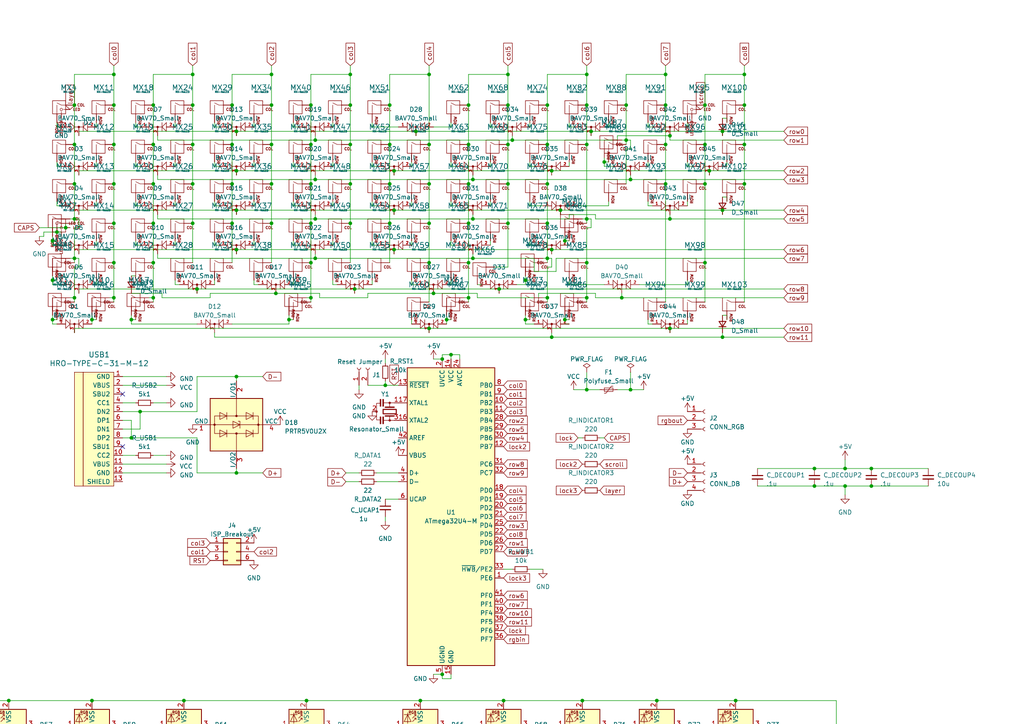
<source format=kicad_sch>
(kicad_sch (version 20210406) (generator eeschema)
  (paper "A4")
  (junction (at -41.91 218.44) (diameter 0.9144))
  (junction (at -41.91 238.76) (diameter 0.9144))
  (junction (at -41.91 257.81) (diameter 0.9144))
  (junction (at -41.91 278.13) (diameter 0.9144))
  (junction (at -41.91 297.18) (diameter 0.9144))
  (junction (at -26.67 218.44) (diameter 0.9144))
  (junction (at -26.67 238.76) (diameter 0.9144))
  (junction (at -26.67 257.81) (diameter 0.9144))
  (junction (at -26.67 278.13) (diameter 0.9144))
  (junction (at -26.67 297.18) (diameter 0.9144))
  (junction (at -20.32 297.18) (diameter 0.9144))
  (junction (at -20.32 312.42) (diameter 0.9144))
  (junction (at -19.05 203.2) (diameter 0.9144))
  (junction (at -19.05 218.44) (diameter 0.9144))
  (junction (at -1.27 297.18) (diameter 0.9144))
  (junction (at -1.27 312.42) (diameter 0.9144))
  (junction (at 2.54 203.2) (diameter 0.9144))
  (junction (at 2.54 218.44) (diameter 0.9144))
  (junction (at 15.24 69.85) (diameter 0.9144))
  (junction (at 15.24 81.28) (diameter 0.9144))
  (junction (at 15.24 92.71) (diameter 0.9144))
  (junction (at 16.51 67.31) (diameter 0.9144))
  (junction (at 17.78 297.18) (diameter 0.9144))
  (junction (at 17.78 312.42) (diameter 0.9144))
  (junction (at 19.05 66.04) (diameter 0.9144))
  (junction (at 21.59 30.48) (diameter 0.9144))
  (junction (at 21.59 41.91) (diameter 0.9144))
  (junction (at 21.59 53.34) (diameter 0.9144))
  (junction (at 21.59 63.5) (diameter 0.9144))
  (junction (at 21.59 74.93) (diameter 0.9144))
  (junction (at 21.59 86.36) (diameter 0.9144))
  (junction (at 26.67 92.71) (diameter 0.9144))
  (junction (at 26.67 203.2) (diameter 0.9144))
  (junction (at 26.67 218.44) (diameter 0.9144))
  (junction (at 33.02 21.59) (diameter 0.9144))
  (junction (at 33.02 30.48) (diameter 0.9144))
  (junction (at 33.02 41.91) (diameter 0.9144))
  (junction (at 33.02 53.34) (diameter 0.9144))
  (junction (at 33.02 64.77) (diameter 0.9144))
  (junction (at 33.02 76.2) (diameter 0.9144))
  (junction (at 33.02 86.36) (diameter 0.9144))
  (junction (at 38.1 92.71) (diameter 0.9144))
  (junction (at 38.1 127) (diameter 0.9144))
  (junction (at 40.64 119.38) (diameter 0.9144))
  (junction (at 40.64 297.18) (diameter 0.9144))
  (junction (at 40.64 312.42) (diameter 0.9144))
  (junction (at 44.45 30.48) (diameter 0.9144))
  (junction (at 44.45 41.91) (diameter 0.9144))
  (junction (at 44.45 53.34) (diameter 0.9144))
  (junction (at 44.45 64.77) (diameter 0.9144))
  (junction (at 44.45 76.2) (diameter 0.9144))
  (junction (at 44.45 86.36) (diameter 0.9144))
  (junction (at 53.34 203.2) (diameter 0.9144))
  (junction (at 53.34 218.44) (diameter 0.9144))
  (junction (at 55.88 21.59) (diameter 0.9144))
  (junction (at 55.88 30.48) (diameter 0.9144))
  (junction (at 55.88 41.91) (diameter 0.9144))
  (junction (at 55.88 53.34) (diameter 0.9144))
  (junction (at 55.88 64.77) (diameter 0.9144))
  (junction (at 57.15 83.82) (diameter 0.9144))
  (junction (at 66.04 297.18) (diameter 0.9144))
  (junction (at 66.04 312.42) (diameter 0.9144))
  (junction (at 67.31 30.48) (diameter 0.9144))
  (junction (at 67.31 41.91) (diameter 0.9144))
  (junction (at 67.31 53.34) (diameter 0.9144))
  (junction (at 67.31 64.77) (diameter 0.9144))
  (junction (at 68.58 38.1) (diameter 0.9144))
  (junction (at 68.58 49.53) (diameter 0.9144))
  (junction (at 68.58 60.96) (diameter 0.9144))
  (junction (at 68.58 72.39) (diameter 0.9144))
  (junction (at 68.58 109.22) (diameter 0.9144))
  (junction (at 68.58 137.16) (diameter 0.9144))
  (junction (at 78.74 21.59) (diameter 0.9144))
  (junction (at 78.74 30.48) (diameter 0.9144))
  (junction (at 78.74 41.91) (diameter 0.9144))
  (junction (at 78.74 53.34) (diameter 0.9144))
  (junction (at 78.74 64.77) (diameter 0.9144))
  (junction (at 80.01 85.09) (diameter 0.9144))
  (junction (at 83.82 92.71) (diameter 0.9144))
  (junction (at 86.36 297.18) (diameter 0.9144))
  (junction (at 86.36 312.42) (diameter 0.9144))
  (junction (at 88.9 203.2) (diameter 0.9144))
  (junction (at 88.9 218.44) (diameter 0.9144))
  (junction (at 90.17 30.48) (diameter 0.9144))
  (junction (at 90.17 41.91) (diameter 0.9144))
  (junction (at 90.17 53.34) (diameter 0.9144))
  (junction (at 90.17 64.77) (diameter 0.9144))
  (junction (at 90.17 76.2) (diameter 0.9144))
  (junction (at 90.17 86.36) (diameter 0.9144))
  (junction (at 91.44 40.64) (diameter 0.9144))
  (junction (at 91.44 52.07) (diameter 0.9144))
  (junction (at 91.44 63.5) (diameter 0.9144))
  (junction (at 91.44 74.93) (diameter 0.9144))
  (junction (at 101.6 21.59) (diameter 0.9144))
  (junction (at 101.6 30.48) (diameter 0.9144))
  (junction (at 101.6 41.91) (diameter 0.9144))
  (junction (at 101.6 53.34) (diameter 0.9144))
  (junction (at 101.6 64.77) (diameter 0.9144))
  (junction (at 102.87 83.82) (diameter 0.9144))
  (junction (at 105.41 297.18) (diameter 0.9144))
  (junction (at 105.41 312.42) (diameter 0.9144))
  (junction (at 111.76 111.76) (diameter 0.9144))
  (junction (at 113.03 30.48) (diameter 0.9144))
  (junction (at 113.03 41.91) (diameter 0.9144))
  (junction (at 113.03 53.34) (diameter 0.9144))
  (junction (at 113.03 64.77) (diameter 0.9144))
  (junction (at 113.03 304.8) (diameter 0.9144))
  (junction (at 114.3 49.53) (diameter 0.9144))
  (junction (at 114.3 60.96) (diameter 0.9144))
  (junction (at 114.3 72.39) (diameter 0.9144))
  (junction (at 114.3 297.18) (diameter 0.9144))
  (junction (at 116.84 312.42) (diameter 0.9144))
  (junction (at 120.65 38.1) (diameter 0.9144))
  (junction (at 121.92 203.2) (diameter 0.9144))
  (junction (at 121.92 218.44) (diameter 0.9144))
  (junction (at 124.46 21.59) (diameter 0.9144))
  (junction (at 124.46 41.91) (diameter 0.9144))
  (junction (at 124.46 53.34) (diameter 0.9144))
  (junction (at 124.46 64.77) (diameter 0.9144))
  (junction (at 124.46 76.2) (diameter 0.9144))
  (junction (at 124.46 95.25) (diameter 0.9144))
  (junction (at 125.73 85.09) (diameter 0.9144))
  (junction (at 125.73 297.18) (diameter 0.9144))
  (junction (at 125.73 312.42) (diameter 0.9144))
  (junction (at 128.27 104.14) (diameter 0.9144))
  (junction (at 128.27 195.58) (diameter 0.9144))
  (junction (at 129.54 92.71) (diameter 0.9144))
  (junction (at 130.81 102.87) (diameter 0.9144))
  (junction (at 135.89 30.48) (diameter 0.9144))
  (junction (at 135.89 41.91) (diameter 0.9144))
  (junction (at 135.89 53.34) (diameter 0.9144))
  (junction (at 135.89 64.77) (diameter 0.9144))
  (junction (at 135.89 76.2) (diameter 0.9144))
  (junction (at 135.89 86.36) (diameter 0.9144))
  (junction (at 137.16 52.07) (diameter 0.9144))
  (junction (at 137.16 63.5) (diameter 0.9144))
  (junction (at 137.16 74.93) (diameter 0.9144))
  (junction (at 144.78 83.82) (diameter 0.9144))
  (junction (at 146.05 203.2) (diameter 0.9144))
  (junction (at 146.05 218.44) (diameter 0.9144))
  (junction (at 146.05 297.18) (diameter 0.9144))
  (junction (at 146.05 312.42) (diameter 0.9144))
  (junction (at 147.32 21.59) (diameter 0.9144))
  (junction (at 147.32 30.48) (diameter 0.9144))
  (junction (at 147.32 41.91) (diameter 0.9144))
  (junction (at 147.32 53.34) (diameter 0.9144))
  (junction (at 147.32 64.77) (diameter 0.9144))
  (junction (at 148.59 40.64) (diameter 0.9144))
  (junction (at 152.4 81.28) (diameter 0.9144))
  (junction (at 152.4 92.71) (diameter 0.9144))
  (junction (at 158.75 30.48) (diameter 0.9144))
  (junction (at 158.75 41.91) (diameter 0.9144))
  (junction (at 158.75 53.34) (diameter 0.9144))
  (junction (at 158.75 64.77) (diameter 0.9144))
  (junction (at 158.75 74.93) (diameter 0.9144))
  (junction (at 158.75 86.36) (diameter 0.9144))
  (junction (at 160.02 49.53) (diameter 0.9144))
  (junction (at 160.02 72.39) (diameter 0.9144))
  (junction (at 160.02 97.79) (diameter 0.9144))
  (junction (at 162.56 60.96) (diameter 0.9144))
  (junction (at 163.83 69.85) (diameter 0.9144))
  (junction (at 163.83 92.71) (diameter 0.9144))
  (junction (at 168.91 203.2) (diameter 0.9144))
  (junction (at 168.91 218.44) (diameter 0.9144))
  (junction (at 170.18 21.59) (diameter 0.9144))
  (junction (at 170.18 30.48) (diameter 0.9144))
  (junction (at 170.18 41.91) (diameter 0.9144))
  (junction (at 170.18 63.5) (diameter 0.9144))
  (junction (at 170.18 76.2) (diameter 0.9144))
  (junction (at 170.18 86.36) (diameter 0.9144))
  (junction (at 170.18 113.03) (diameter 0.9144))
  (junction (at 171.45 38.1) (diameter 0.9144))
  (junction (at 175.26 46.99) (diameter 0.9144))
  (junction (at 180.34 86.36) (diameter 0.9144))
  (junction (at 181.61 30.48) (diameter 0.9144))
  (junction (at 181.61 40.64) (diameter 0.9144))
  (junction (at 182.88 52.07) (diameter 0.9144))
  (junction (at 182.88 113.03) (diameter 0.9144))
  (junction (at 190.5 203.2) (diameter 0.9144))
  (junction (at 190.5 218.44) (diameter 0.9144))
  (junction (at 193.04 21.59) (diameter 0.9144))
  (junction (at 193.04 30.48) (diameter 0.9144))
  (junction (at 193.04 41.91) (diameter 0.9144))
  (junction (at 193.04 53.34) (diameter 0.9144))
  (junction (at 194.31 39.37) (diameter 0.9144))
  (junction (at 194.31 63.5) (diameter 0.9144))
  (junction (at 194.31 95.25) (diameter 0.9144))
  (junction (at 204.47 30.48) (diameter 0.9144))
  (junction (at 204.47 41.91) (diameter 0.9144))
  (junction (at 204.47 53.34) (diameter 0.9144))
  (junction (at 204.47 76.2) (diameter 0.9144))
  (junction (at 205.74 49.53) (diameter 0.9144))
  (junction (at 209.55 38.1) (diameter 0.9144))
  (junction (at 209.55 60.96) (diameter 0.9144))
  (junction (at 209.55 97.79) (diameter 0.9144))
  (junction (at 213.36 203.2) (diameter 0.9144))
  (junction (at 213.36 218.44) (diameter 0.9144))
  (junction (at 215.9 21.59) (diameter 0.9144))
  (junction (at 215.9 30.48) (diameter 0.9144))
  (junction (at 215.9 41.91) (diameter 0.9144))
  (junction (at 215.9 53.34) (diameter 0.9144))
  (junction (at 227.33 218.44) (diameter 0.9144))
  (junction (at 227.33 236.22) (diameter 0.9144))
  (junction (at 227.33 255.27) (diameter 0.9144))
  (junction (at 227.33 293.37) (diameter 0.9144))
  (junction (at 236.22 135.89) (diameter 0.9144))
  (junction (at 236.22 140.97) (diameter 0.9144))
  (junction (at 242.57 218.44) (diameter 0.9144))
  (junction (at 242.57 236.22) (diameter 0.9144))
  (junction (at 242.57 255.27) (diameter 0.9144))
  (junction (at 242.57 293.37) (diameter 0.9144))
  (junction (at 245.11 135.89) (diameter 0.9144))
  (junction (at 245.11 140.97) (diameter 0.9144))
  (junction (at 252.73 135.89) (diameter 0.9144))
  (junction (at 252.73 140.97) (diameter 0.9144))
  (no_connect (at 35.56 114.3))
  (no_connect (at 35.56 129.54))
  (wire (pts (xy -41.91 203.2) (xy -41.91 218.44)))
  (wire (pts (xy -41.91 203.2) (xy -19.05 203.2)))
  (wire (pts (xy -41.91 218.44) (xy -41.91 238.76)))
  (wire (pts (xy -41.91 238.76) (xy -41.91 257.81)))
  (wire (pts (xy -41.91 257.81) (xy -41.91 278.13)))
  (wire (pts (xy -41.91 278.13) (xy -41.91 297.18)))
  (wire (pts (xy -41.91 297.18) (xy -41.91 312.42)))
  (wire (pts (xy -41.91 312.42) (xy -20.32 312.42)))
  (wire (pts (xy -34.29 210.82) (xy -26.67 210.82)))
  (wire (pts (xy -34.29 226.06) (xy -34.29 231.14)))
  (wire (pts (xy -34.29 246.38) (xy -34.29 250.19)))
  (wire (pts (xy -34.29 265.43) (xy -34.29 270.51)))
  (wire (pts (xy -34.29 285.75) (xy -34.29 289.56)))
  (wire (pts (xy -34.29 304.8) (xy -27.94 304.8)))
  (wire (pts (xy -26.67 218.44) (xy -26.67 238.76)))
  (wire (pts (xy -26.67 218.44) (xy -19.05 218.44)))
  (wire (pts (xy -26.67 238.76) (xy -26.67 257.81)))
  (wire (pts (xy -26.67 257.81) (xy -26.67 278.13)))
  (wire (pts (xy -26.67 278.13) (xy -26.67 297.18)))
  (wire (pts (xy -26.67 297.18) (xy -20.32 297.18)))
  (wire (pts (xy -20.32 297.18) (xy -1.27 297.18)))
  (wire (pts (xy -20.32 312.42) (xy -1.27 312.42)))
  (wire (pts (xy -19.05 203.2) (xy 2.54 203.2)))
  (wire (pts (xy -19.05 218.44) (xy 2.54 218.44)))
  (wire (pts (xy -12.7 304.8) (xy -8.89 304.8)))
  (wire (pts (xy -11.43 210.82) (xy -5.08 210.82)))
  (wire (pts (xy -1.27 297.18) (xy 17.78 297.18)))
  (wire (pts (xy -1.27 312.42) (xy 17.78 312.42)))
  (wire (pts (xy 2.54 203.2) (xy 26.67 203.2)))
  (wire (pts (xy 2.54 218.44) (xy 26.67 218.44)))
  (wire (pts (xy 6.35 304.8) (xy 10.16 304.8)))
  (wire (pts (xy 10.16 210.82) (xy 19.05 210.82)))
  (wire (pts (xy 11.43 66.04) (xy 19.05 66.04)))
  (wire (pts (xy 12.7 67.31) (xy 12.7 68.58)))
  (wire (pts (xy 12.7 67.31) (xy 16.51 67.31)))
  (wire (pts (xy 12.7 68.58) (xy 11.43 68.58)))
  (wire (pts (xy 15.24 68.58) (xy 15.24 69.85)))
  (wire (pts (xy 15.24 69.85) (xy 15.24 71.12)))
  (wire (pts (xy 15.24 69.85) (xy 16.51 69.85)))
  (wire (pts (xy 15.24 71.12) (xy 17.78 71.12)))
  (wire (pts (xy 15.24 80.01) (xy 15.24 81.28)))
  (wire (pts (xy 15.24 81.28) (xy 15.24 82.55)))
  (wire (pts (xy 15.24 81.28) (xy 16.51 81.28)))
  (wire (pts (xy 15.24 82.55) (xy 17.78 82.55)))
  (wire (pts (xy 15.24 91.44) (xy 15.24 92.71)))
  (wire (pts (xy 15.24 92.71) (xy 15.24 93.98)))
  (wire (pts (xy 15.24 92.71) (xy 16.51 92.71)))
  (wire (pts (xy 15.24 93.98) (xy 16.51 93.98)))
  (wire (pts (xy 16.51 35.56) (xy 16.51 36.83)))
  (wire (pts (xy 16.51 36.83) (xy 17.78 36.83)))
  (wire (pts (xy 16.51 46.99) (xy 16.51 48.26)))
  (wire (pts (xy 16.51 48.26) (xy 17.78 48.26)))
  (wire (pts (xy 16.51 58.42) (xy 16.51 59.69)))
  (wire (pts (xy 16.51 59.69) (xy 17.78 59.69)))
  (wire (pts (xy 16.51 67.31) (xy 17.78 67.31)))
  (wire (pts (xy 17.78 67.31) (xy 17.78 68.58)))
  (wire (pts (xy 17.78 297.18) (xy 40.64 297.18)))
  (wire (pts (xy 17.78 312.42) (xy 40.64 312.42)))
  (wire (pts (xy 19.05 64.77) (xy 19.05 66.04)))
  (wire (pts (xy 19.05 66.04) (xy 20.32 66.04)))
  (wire (pts (xy 20.32 63.5) (xy 21.59 63.5)))
  (wire (pts (xy 20.32 74.93) (xy 21.59 74.93)))
  (wire (pts (xy 20.32 86.36) (xy 21.59 86.36)))
  (wire (pts (xy 21.59 21.59) (xy 21.59 30.48)))
  (wire (pts (xy 21.59 30.48) (xy 21.59 41.91)))
  (wire (pts (xy 21.59 41.91) (xy 21.59 53.34)))
  (wire (pts (xy 21.59 53.34) (xy 21.59 63.5)))
  (wire (pts (xy 21.59 63.5) (xy 21.59 64.77)))
  (wire (pts (xy 21.59 63.5) (xy 22.86 63.5)))
  (wire (pts (xy 21.59 66.04) (xy 22.86 66.04)))
  (wire (pts (xy 21.59 74.93) (xy 21.59 66.04)))
  (wire (pts (xy 21.59 74.93) (xy 21.59 76.2)))
  (wire (pts (xy 21.59 74.93) (xy 22.86 74.93)))
  (wire (pts (xy 21.59 77.47) (xy 22.86 77.47)))
  (wire (pts (xy 21.59 86.36) (xy 21.59 77.47)))
  (wire (pts (xy 21.59 86.36) (xy 21.59 87.63)))
  (wire (pts (xy 21.59 95.25) (xy 124.46 95.25)))
  (wire (pts (xy 21.59 96.52) (xy 21.59 95.25)))
  (wire (pts (xy 22.86 38.1) (xy 22.86 39.37)))
  (wire (pts (xy 22.86 49.53) (xy 22.86 50.8)))
  (wire (pts (xy 22.86 60.96) (xy 68.58 60.96)))
  (wire (pts (xy 22.86 62.23) (xy 22.86 60.96)))
  (wire (pts (xy 22.86 66.04) (xy 22.86 63.5)))
  (wire (pts (xy 22.86 72.39) (xy 68.58 72.39)))
  (wire (pts (xy 22.86 73.66) (xy 22.86 72.39)))
  (wire (pts (xy 22.86 77.47) (xy 22.86 74.93)))
  (wire (pts (xy 22.86 83.82) (xy 22.86 85.09)))
  (wire (pts (xy 25.4 304.8) (xy 33.02 304.8)))
  (wire (pts (xy 26.67 91.44) (xy 26.67 92.71)))
  (wire (pts (xy 26.67 92.71) (xy 26.67 93.98)))
  (wire (pts (xy 26.67 92.71) (xy 27.94 92.71)))
  (wire (pts (xy 26.67 203.2) (xy 53.34 203.2)))
  (wire (pts (xy 26.67 218.44) (xy 53.34 218.44)))
  (wire (pts (xy 27.94 35.56) (xy 27.94 36.83)))
  (wire (pts (xy 27.94 46.99) (xy 27.94 48.26)))
  (wire (pts (xy 27.94 58.42) (xy 27.94 59.69)))
  (wire (pts (xy 27.94 69.85) (xy 27.94 71.12)))
  (wire (pts (xy 27.94 81.28) (xy 27.94 82.55)))
  (wire (pts (xy 31.75 86.36) (xy 33.02 86.36)))
  (wire (pts (xy 33.02 19.05) (xy 33.02 21.59)))
  (wire (pts (xy 33.02 21.59) (xy 21.59 21.59)))
  (wire (pts (xy 33.02 21.59) (xy 33.02 30.48)))
  (wire (pts (xy 33.02 30.48) (xy 33.02 41.91)))
  (wire (pts (xy 33.02 41.91) (xy 33.02 53.34)))
  (wire (pts (xy 33.02 53.34) (xy 33.02 64.77)))
  (wire (pts (xy 33.02 64.77) (xy 33.02 76.2)))
  (wire (pts (xy 33.02 76.2) (xy 33.02 86.36)))
  (wire (pts (xy 33.02 86.36) (xy 33.02 87.63)))
  (wire (pts (xy 34.29 210.82) (xy 45.72 210.82)))
  (wire (pts (xy 35.56 109.22) (xy 48.26 109.22)))
  (wire (pts (xy 35.56 111.76) (xy 48.26 111.76)))
  (wire (pts (xy 35.56 116.84) (xy 39.37 116.84)))
  (wire (pts (xy 35.56 119.38) (xy 40.64 119.38)))
  (wire (pts (xy 35.56 121.92) (xy 38.1 121.92)))
  (wire (pts (xy 35.56 124.46) (xy 40.64 124.46)))
  (wire (pts (xy 35.56 132.08) (xy 39.37 132.08)))
  (wire (pts (xy 35.56 134.62) (xy 48.26 134.62)))
  (wire (pts (xy 35.56 137.16) (xy 48.26 137.16)))
  (wire (pts (xy 38.1 80.01) (xy 39.37 80.01)))
  (wire (pts (xy 38.1 85.09) (xy 46.99 85.09)))
  (wire (pts (xy 38.1 91.44) (xy 38.1 92.71)))
  (wire (pts (xy 38.1 92.71) (xy 38.1 93.98)))
  (wire (pts (xy 38.1 92.71) (xy 39.37 92.71)))
  (wire (pts (xy 38.1 93.98) (xy 57.15 93.98)))
  (wire (pts (xy 38.1 121.92) (xy 38.1 127)))
  (wire (pts (xy 38.1 127) (xy 35.56 127)))
  (wire (pts (xy 38.1 127) (xy 57.15 127)))
  (wire (pts (xy 39.37 35.56) (xy 39.37 36.83)))
  (wire (pts (xy 39.37 36.83) (xy 40.64 36.83)))
  (wire (pts (xy 39.37 46.99) (xy 39.37 48.26)))
  (wire (pts (xy 39.37 48.26) (xy 40.64 48.26)))
  (wire (pts (xy 39.37 58.42) (xy 39.37 59.69)))
  (wire (pts (xy 39.37 59.69) (xy 40.64 59.69)))
  (wire (pts (xy 39.37 69.85) (xy 39.37 71.12)))
  (wire (pts (xy 39.37 71.12) (xy 40.64 71.12)))
  (wire (pts (xy 39.37 80.01) (xy 39.37 81.28)))
  (wire (pts (xy 40.64 119.38) (xy 40.64 124.46)))
  (wire (pts (xy 40.64 119.38) (xy 57.15 119.38)))
  (wire (pts (xy 40.64 297.18) (xy 66.04 297.18)))
  (wire (pts (xy 40.64 312.42) (xy 66.04 312.42)))
  (wire (pts (xy 43.18 86.36) (xy 44.45 86.36)))
  (wire (pts (xy 44.45 21.59) (xy 44.45 30.48)))
  (wire (pts (xy 44.45 30.48) (xy 44.45 41.91)))
  (wire (pts (xy 44.45 41.91) (xy 44.45 53.34)))
  (wire (pts (xy 44.45 53.34) (xy 44.45 64.77)))
  (wire (pts (xy 44.45 64.77) (xy 44.45 76.2)))
  (wire (pts (xy 44.45 76.2) (xy 44.45 86.36)))
  (wire (pts (xy 44.45 86.36) (xy 44.45 87.63)))
  (wire (pts (xy 44.45 116.84) (xy 48.26 116.84)))
  (wire (pts (xy 44.45 132.08) (xy 48.26 132.08)))
  (wire (pts (xy 45.72 39.37) (xy 45.72 40.64)))
  (wire (pts (xy 45.72 40.64) (xy 91.44 40.64)))
  (wire (pts (xy 45.72 50.8) (xy 45.72 52.07)))
  (wire (pts (xy 45.72 52.07) (xy 91.44 52.07)))
  (wire (pts (xy 45.72 63.5) (xy 45.72 62.23)))
  (wire (pts (xy 45.72 74.93) (xy 45.72 73.66)))
  (wire (pts (xy 46.99 86.36) (xy 46.99 85.09)))
  (wire (pts (xy 48.26 304.8) (xy 58.42 304.8)))
  (wire (pts (xy 50.8 35.56) (xy 50.8 36.83)))
  (wire (pts (xy 50.8 46.99) (xy 50.8 48.26)))
  (wire (pts (xy 50.8 58.42) (xy 50.8 59.69)))
  (wire (pts (xy 50.8 69.85) (xy 50.8 71.12)))
  (wire (pts (xy 50.8 81.28) (xy 50.8 82.55)))
  (wire (pts (xy 50.8 82.55) (xy 52.07 82.55)))
  (wire (pts (xy 53.34 203.2) (xy 88.9 203.2)))
  (wire (pts (xy 53.34 218.44) (xy 88.9 218.44)))
  (wire (pts (xy 55.88 19.05) (xy 55.88 21.59)))
  (wire (pts (xy 55.88 21.59) (xy 44.45 21.59)))
  (wire (pts (xy 55.88 21.59) (xy 55.88 30.48)))
  (wire (pts (xy 55.88 30.48) (xy 55.88 41.91)))
  (wire (pts (xy 55.88 41.91) (xy 55.88 53.34)))
  (wire (pts (xy 55.88 53.34) (xy 55.88 64.77)))
  (wire (pts (xy 55.88 64.77) (xy 55.88 76.2)))
  (wire (pts (xy 57.15 83.82) (xy 22.86 83.82)))
  (wire (pts (xy 57.15 83.82) (xy 102.87 83.82)))
  (wire (pts (xy 57.15 85.09) (xy 57.15 83.82)))
  (wire (pts (xy 57.15 109.22) (xy 68.58 109.22)))
  (wire (pts (xy 57.15 119.38) (xy 57.15 109.22)))
  (wire (pts (xy 57.15 127) (xy 57.15 137.16)))
  (wire (pts (xy 57.15 137.16) (xy 68.58 137.16)))
  (wire (pts (xy 60.96 85.09) (xy 60.96 86.36)))
  (wire (pts (xy 60.96 86.36) (xy 46.99 86.36)))
  (wire (pts (xy 60.96 210.82) (xy 81.28 210.82)))
  (wire (pts (xy 62.23 35.56) (xy 62.23 36.83)))
  (wire (pts (xy 62.23 36.83) (xy 63.5 36.83)))
  (wire (pts (xy 62.23 46.99) (xy 62.23 48.26)))
  (wire (pts (xy 62.23 48.26) (xy 63.5 48.26)))
  (wire (pts (xy 62.23 58.42) (xy 62.23 59.69)))
  (wire (pts (xy 62.23 59.69) (xy 63.5 59.69)))
  (wire (pts (xy 62.23 69.85) (xy 62.23 71.12)))
  (wire (pts (xy 62.23 71.12) (xy 63.5 71.12)))
  (wire (pts (xy 62.23 81.28) (xy 62.23 82.55)))
  (wire (pts (xy 62.23 97.79) (xy 62.23 96.52)))
  (wire (pts (xy 62.23 97.79) (xy 160.02 97.79)))
  (wire (pts (xy 66.04 297.18) (xy 86.36 297.18)))
  (wire (pts (xy 66.04 312.42) (xy 86.36 312.42)))
  (wire (pts (xy 67.31 21.59) (xy 67.31 30.48)))
  (wire (pts (xy 67.31 30.48) (xy 67.31 41.91)))
  (wire (pts (xy 67.31 41.91) (xy 67.31 53.34)))
  (wire (pts (xy 67.31 53.34) (xy 67.31 64.77)))
  (wire (pts (xy 67.31 64.77) (xy 67.31 76.2)))
  (wire (pts (xy 67.31 93.98) (xy 83.82 93.98)))
  (wire (pts (xy 68.58 38.1) (xy 22.86 38.1)))
  (wire (pts (xy 68.58 38.1) (xy 68.58 39.37)))
  (wire (pts (xy 68.58 49.53) (xy 22.86 49.53)))
  (wire (pts (xy 68.58 49.53) (xy 68.58 50.8)))
  (wire (pts (xy 68.58 60.96) (xy 68.58 62.23)))
  (wire (pts (xy 68.58 60.96) (xy 114.3 60.96)))
  (wire (pts (xy 68.58 72.39) (xy 68.58 73.66)))
  (wire (pts (xy 68.58 72.39) (xy 114.3 72.39)))
  (wire (pts (xy 68.58 109.22) (xy 68.58 110.49)))
  (wire (pts (xy 68.58 109.22) (xy 76.2 109.22)))
  (wire (pts (xy 68.58 135.89) (xy 68.58 137.16)))
  (wire (pts (xy 68.58 137.16) (xy 76.2 137.16)))
  (wire (pts (xy 73.66 35.56) (xy 73.66 36.83)))
  (wire (pts (xy 73.66 46.99) (xy 73.66 48.26)))
  (wire (pts (xy 73.66 58.42) (xy 73.66 59.69)))
  (wire (pts (xy 73.66 69.85) (xy 73.66 71.12)))
  (wire (pts (xy 73.66 81.28) (xy 73.66 82.55)))
  (wire (pts (xy 73.66 82.55) (xy 74.93 82.55)))
  (wire (pts (xy 73.66 304.8) (xy 78.74 304.8)))
  (wire (pts (xy 78.74 19.05) (xy 78.74 21.59)))
  (wire (pts (xy 78.74 21.59) (xy 67.31 21.59)))
  (wire (pts (xy 78.74 21.59) (xy 78.74 30.48)))
  (wire (pts (xy 78.74 30.48) (xy 78.74 41.91)))
  (wire (pts (xy 78.74 41.91) (xy 78.74 53.34)))
  (wire (pts (xy 78.74 53.34) (xy 78.74 64.77)))
  (wire (pts (xy 78.74 64.77) (xy 78.74 76.2)))
  (wire (pts (xy 80.01 85.09) (xy 60.96 85.09)))
  (wire (pts (xy 83.82 91.44) (xy 83.82 92.71)))
  (wire (pts (xy 83.82 92.71) (xy 85.09 92.71)))
  (wire (pts (xy 83.82 93.98) (xy 83.82 92.71)))
  (wire (pts (xy 85.09 35.56) (xy 85.09 36.83)))
  (wire (pts (xy 85.09 36.83) (xy 86.36 36.83)))
  (wire (pts (xy 85.09 46.99) (xy 85.09 48.26)))
  (wire (pts (xy 85.09 48.26) (xy 86.36 48.26)))
  (wire (pts (xy 85.09 58.42) (xy 85.09 59.69)))
  (wire (pts (xy 85.09 59.69) (xy 86.36 59.69)))
  (wire (pts (xy 85.09 69.85) (xy 85.09 71.12)))
  (wire (pts (xy 85.09 71.12) (xy 86.36 71.12)))
  (wire (pts (xy 85.09 81.28) (xy 85.09 82.55)))
  (wire (pts (xy 86.36 297.18) (xy 105.41 297.18)))
  (wire (pts (xy 86.36 312.42) (xy 105.41 312.42)))
  (wire (pts (xy 88.9 86.36) (xy 90.17 86.36)))
  (wire (pts (xy 88.9 203.2) (xy 121.92 203.2)))
  (wire (pts (xy 88.9 218.44) (xy 121.92 218.44)))
  (wire (pts (xy 90.17 21.59) (xy 90.17 30.48)))
  (wire (pts (xy 90.17 30.48) (xy 90.17 41.91)))
  (wire (pts (xy 90.17 41.91) (xy 90.17 53.34)))
  (wire (pts (xy 90.17 53.34) (xy 90.17 64.77)))
  (wire (pts (xy 90.17 64.77) (xy 90.17 76.2)))
  (wire (pts (xy 90.17 76.2) (xy 90.17 86.36)))
  (wire (pts (xy 90.17 86.36) (xy 90.17 87.63)))
  (wire (pts (xy 91.44 40.64) (xy 91.44 39.37)))
  (wire (pts (xy 91.44 40.64) (xy 148.59 40.64)))
  (wire (pts (xy 91.44 52.07) (xy 91.44 50.8)))
  (wire (pts (xy 91.44 52.07) (xy 137.16 52.07)))
  (wire (pts (xy 91.44 63.5) (xy 45.72 63.5)))
  (wire (pts (xy 91.44 63.5) (xy 91.44 62.23)))
  (wire (pts (xy 91.44 74.93) (xy 45.72 74.93)))
  (wire (pts (xy 91.44 74.93) (xy 91.44 73.66)))
  (wire (pts (xy 91.44 74.93) (xy 137.16 74.93)))
  (wire (pts (xy 92.71 85.09) (xy 80.01 85.09)))
  (wire (pts (xy 92.71 86.36) (xy 92.71 85.09)))
  (wire (pts (xy 93.98 304.8) (xy 97.79 304.8)))
  (wire (pts (xy 96.52 35.56) (xy 96.52 36.83)))
  (wire (pts (xy 96.52 46.99) (xy 96.52 48.26)))
  (wire (pts (xy 96.52 58.42) (xy 96.52 59.69)))
  (wire (pts (xy 96.52 69.85) (xy 96.52 71.12)))
  (wire (pts (xy 96.52 81.28) (xy 96.52 82.55)))
  (wire (pts (xy 96.52 82.55) (xy 97.79 82.55)))
  (wire (pts (xy 96.52 210.82) (xy 114.3 210.82)))
  (wire (pts (xy 100.33 137.16) (xy 104.14 137.16)))
  (wire (pts (xy 100.33 139.7) (xy 104.14 139.7)))
  (wire (pts (xy 101.6 19.05) (xy 101.6 21.59)))
  (wire (pts (xy 101.6 21.59) (xy 90.17 21.59)))
  (wire (pts (xy 101.6 21.59) (xy 101.6 30.48)))
  (wire (pts (xy 101.6 30.48) (xy 101.6 41.91)))
  (wire (pts (xy 101.6 41.91) (xy 101.6 53.34)))
  (wire (pts (xy 101.6 53.34) (xy 101.6 64.77)))
  (wire (pts (xy 101.6 64.77) (xy 101.6 76.2)))
  (wire (pts (xy 102.87 83.82) (xy 102.87 85.09)))
  (wire (pts (xy 102.87 83.82) (xy 144.78 83.82)))
  (wire (pts (xy 104.14 111.76) (xy 104.14 113.03)))
  (wire (pts (xy 105.41 297.18) (xy 114.3 297.18)))
  (wire (pts (xy 105.41 312.42) (xy 116.84 312.42)))
  (wire (pts (xy 106.68 85.09) (xy 106.68 86.36)))
  (wire (pts (xy 106.68 86.36) (xy 92.71 86.36)))
  (wire (pts (xy 106.68 111.76) (xy 111.76 111.76)))
  (wire (pts (xy 107.95 35.56) (xy 107.95 36.83)))
  (wire (pts (xy 107.95 36.83) (xy 115.57 36.83)))
  (wire (pts (xy 107.95 46.99) (xy 107.95 48.26)))
  (wire (pts (xy 107.95 48.26) (xy 109.22 48.26)))
  (wire (pts (xy 107.95 58.42) (xy 107.95 59.69)))
  (wire (pts (xy 107.95 59.69) (xy 109.22 59.69)))
  (wire (pts (xy 107.95 69.85) (xy 107.95 71.12)))
  (wire (pts (xy 107.95 71.12) (xy 109.22 71.12)))
  (wire (pts (xy 107.95 81.28) (xy 107.95 82.55)))
  (wire (pts (xy 109.22 137.16) (xy 115.57 137.16)))
  (wire (pts (xy 109.22 139.7) (xy 115.57 139.7)))
  (wire (pts (xy 111.76 104.14) (xy 111.76 105.41)))
  (wire (pts (xy 111.76 110.49) (xy 111.76 111.76)))
  (wire (pts (xy 111.76 111.76) (xy 115.57 111.76)))
  (wire (pts (xy 111.76 144.78) (xy 115.57 144.78)))
  (wire (pts (xy 111.76 151.13) (xy 111.76 149.86)))
  (wire (pts (xy 111.76 304.8) (xy 113.03 304.8)))
  (wire (pts (xy 113.03 21.59) (xy 124.46 21.59)))
  (wire (pts (xy 113.03 30.48) (xy 113.03 21.59)))
  (wire (pts (xy 113.03 30.48) (xy 113.03 41.91)))
  (wire (pts (xy 113.03 41.91) (xy 113.03 53.34)))
  (wire (pts (xy 113.03 53.34) (xy 113.03 64.77)))
  (wire (pts (xy 113.03 64.77) (xy 113.03 76.2)))
  (wire (pts (xy 113.03 304.8) (xy 118.11 304.8)))
  (wire (pts (xy 114.3 49.53) (xy 68.58 49.53)))
  (wire (pts (xy 114.3 49.53) (xy 114.3 50.8)))
  (wire (pts (xy 114.3 60.96) (xy 114.3 62.23)))
  (wire (pts (xy 114.3 60.96) (xy 162.56 60.96)))
  (wire (pts (xy 114.3 72.39) (xy 114.3 73.66)))
  (wire (pts (xy 114.3 72.39) (xy 160.02 72.39)))
  (wire (pts (xy 114.3 294.64) (xy 114.3 297.18)))
  (wire (pts (xy 114.3 297.18) (xy 125.73 297.18)))
  (wire (pts (xy 116.84 312.42) (xy 116.84 316.23)))
  (wire (pts (xy 116.84 312.42) (xy 125.73 312.42)))
  (wire (pts (xy 119.38 46.99) (xy 119.38 48.26)))
  (wire (pts (xy 119.38 58.42) (xy 119.38 59.69)))
  (wire (pts (xy 119.38 69.85) (xy 119.38 71.12)))
  (wire (pts (xy 119.38 81.28) (xy 119.38 82.55)))
  (wire (pts (xy 119.38 82.55) (xy 120.65 82.55)))
  (wire (pts (xy 119.38 92.71) (xy 119.38 93.98)))
  (wire (pts (xy 120.65 38.1) (xy 68.58 38.1)))
  (wire (pts (xy 120.65 38.1) (xy 120.65 39.37)))
  (wire (pts (xy 121.92 203.2) (xy 146.05 203.2)))
  (wire (pts (xy 121.92 218.44) (xy 146.05 218.44)))
  (wire (pts (xy 124.46 19.05) (xy 124.46 21.59)))
  (wire (pts (xy 124.46 21.59) (xy 124.46 41.91)))
  (wire (pts (xy 124.46 41.91) (xy 124.46 53.34)))
  (wire (pts (xy 124.46 53.34) (xy 124.46 64.77)))
  (wire (pts (xy 124.46 64.77) (xy 124.46 76.2)))
  (wire (pts (xy 124.46 76.2) (xy 124.46 87.63)))
  (wire (pts (xy 124.46 95.25) (xy 124.46 96.52)))
  (wire (pts (xy 124.46 95.25) (xy 194.31 95.25)))
  (wire (pts (xy 125.73 36.83) (xy 130.81 36.83)))
  (wire (pts (xy 125.73 85.09) (xy 106.68 85.09)))
  (wire (pts (xy 125.73 104.14) (xy 128.27 104.14)))
  (wire (pts (xy 125.73 195.58) (xy 128.27 195.58)))
  (wire (pts (xy 125.73 297.18) (xy 146.05 297.18)))
  (wire (pts (xy 125.73 312.42) (xy 146.05 312.42)))
  (wire (pts (xy 128.27 102.87) (xy 130.81 102.87)))
  (wire (pts (xy 128.27 104.14) (xy 128.27 102.87)))
  (wire (pts (xy 128.27 195.58) (xy 128.27 196.85)))
  (wire (pts (xy 128.27 196.85) (xy 130.81 196.85)))
  (wire (pts (xy 129.54 91.44) (xy 129.54 92.71)))
  (wire (pts (xy 129.54 92.71) (xy 129.54 93.98)))
  (wire (pts (xy 129.54 92.71) (xy 130.81 92.71)))
  (wire (pts (xy 129.54 210.82) (xy 138.43 210.82)))
  (wire (pts (xy 130.81 36.83) (xy 130.81 35.56)))
  (wire (pts (xy 130.81 46.99) (xy 130.81 48.26)))
  (wire (pts (xy 130.81 48.26) (xy 132.08 48.26)))
  (wire (pts (xy 130.81 58.42) (xy 130.81 59.69)))
  (wire (pts (xy 130.81 59.69) (xy 132.08 59.69)))
  (wire (pts (xy 130.81 69.85) (xy 130.81 71.12)))
  (wire (pts (xy 130.81 71.12) (xy 132.08 71.12)))
  (wire (pts (xy 130.81 81.28) (xy 130.81 82.55)))
  (wire (pts (xy 130.81 102.87) (xy 130.81 104.14)))
  (wire (pts (xy 130.81 102.87) (xy 133.35 102.87)))
  (wire (pts (xy 130.81 196.85) (xy 130.81 195.58)))
  (wire (pts (xy 133.35 102.87) (xy 133.35 104.14)))
  (wire (pts (xy 133.35 304.8) (xy 138.43 304.8)))
  (wire (pts (xy 134.62 86.36) (xy 135.89 86.36)))
  (wire (pts (xy 135.89 21.59) (xy 135.89 30.48)))
  (wire (pts (xy 135.89 30.48) (xy 135.89 41.91)))
  (wire (pts (xy 135.89 41.91) (xy 135.89 53.34)))
  (wire (pts (xy 135.89 53.34) (xy 135.89 64.77)))
  (wire (pts (xy 135.89 64.77) (xy 135.89 76.2)))
  (wire (pts (xy 135.89 76.2) (xy 135.89 86.36)))
  (wire (pts (xy 135.89 86.36) (xy 135.89 87.63)))
  (wire (pts (xy 137.16 52.07) (xy 137.16 50.8)))
  (wire (pts (xy 137.16 52.07) (xy 182.88 52.07)))
  (wire (pts (xy 137.16 63.5) (xy 91.44 63.5)))
  (wire (pts (xy 137.16 63.5) (xy 137.16 62.23)))
  (wire (pts (xy 137.16 73.66) (xy 137.16 74.93)))
  (wire (pts (xy 137.16 74.93) (xy 154.94 74.93)))
  (wire (pts (xy 138.43 82.55) (xy 139.7 82.55)))
  (wire (pts (xy 138.43 85.09) (xy 125.73 85.09)))
  (wire (pts (xy 138.43 86.36) (xy 138.43 85.09)))
  (wire (pts (xy 142.24 35.56) (xy 142.24 36.83)))
  (wire (pts (xy 142.24 36.83) (xy 143.51 36.83)))
  (wire (pts (xy 142.24 46.99) (xy 142.24 48.26)))
  (wire (pts (xy 142.24 58.42) (xy 142.24 59.69)))
  (wire (pts (xy 142.24 69.85) (xy 142.24 71.12)))
  (wire (pts (xy 143.51 77.47) (xy 147.32 77.47)))
  (wire (pts (xy 144.78 83.82) (xy 227.33 83.82)))
  (wire (pts (xy 144.78 85.09) (xy 144.78 83.82)))
  (wire (pts (xy 146.05 165.1) (xy 148.59 165.1)))
  (wire (pts (xy 146.05 203.2) (xy 168.91 203.2)))
  (wire (pts (xy 146.05 218.44) (xy 168.91 218.44)))
  (wire (pts (xy 146.05 297.18) (xy 166.37 297.18)))
  (wire (pts (xy 146.05 312.42) (xy 166.37 312.42)))
  (wire (pts (xy 147.32 19.05) (xy 147.32 21.59)))
  (wire (pts (xy 147.32 21.59) (xy 135.89 21.59)))
  (wire (pts (xy 147.32 21.59) (xy 147.32 30.48)))
  (wire (pts (xy 147.32 30.48) (xy 147.32 41.91)))
  (wire (pts (xy 147.32 41.91) (xy 147.32 53.34)))
  (wire (pts (xy 147.32 53.34) (xy 147.32 64.77)))
  (wire (pts (xy 147.32 77.47) (xy 147.32 64.77)))
  (wire (pts (xy 148.59 40.64) (xy 148.59 39.37)))
  (wire (pts (xy 148.59 40.64) (xy 179.07 40.64)))
  (wire (pts (xy 152.4 80.01) (xy 152.4 81.28)))
  (wire (pts (xy 152.4 81.28) (xy 152.4 82.55)))
  (wire (pts (xy 152.4 81.28) (xy 153.67 81.28)))
  (wire (pts (xy 152.4 82.55) (xy 149.86 82.55)))
  (wire (pts (xy 152.4 91.44) (xy 152.4 92.71)))
  (wire (pts (xy 152.4 92.71) (xy 152.4 93.98)))
  (wire (pts (xy 152.4 92.71) (xy 153.67 92.71)))
  (wire (pts (xy 152.4 93.98) (xy 154.94 93.98)))
  (wire (pts (xy 153.67 35.56) (xy 153.67 36.83)))
  (wire (pts (xy 153.67 46.99) (xy 153.67 48.26)))
  (wire (pts (xy 153.67 48.26) (xy 154.94 48.26)))
  (wire (pts (xy 153.67 59.69) (xy 153.67 58.42)))
  (wire (pts (xy 153.67 59.69) (xy 157.48 59.69)))
  (wire (pts (xy 153.67 69.85) (xy 153.67 71.12)))
  (wire (pts (xy 153.67 71.12) (xy 154.94 71.12)))
  (wire (pts (xy 153.67 165.1) (xy 157.48 165.1)))
  (wire (pts (xy 153.67 210.82) (xy 161.29 210.82)))
  (wire (pts (xy 153.67 304.8) (xy 158.75 304.8)))
  (wire (pts (xy 154.94 74.93) (xy 154.94 78.74)))
  (wire (pts (xy 154.94 78.74) (xy 161.29 78.74)))
  (wire (pts (xy 156.21 85.09) (xy 156.21 86.36)))
  (wire (pts (xy 156.21 86.36) (xy 138.43 86.36)))
  (wire (pts (xy 157.48 74.93) (xy 158.75 74.93)))
  (wire (pts (xy 157.48 86.36) (xy 158.75 86.36)))
  (wire (pts (xy 158.75 21.59) (xy 170.18 21.59)))
  (wire (pts (xy 158.75 30.48) (xy 158.75 21.59)))
  (wire (pts (xy 158.75 30.48) (xy 158.75 41.91)))
  (wire (pts (xy 158.75 41.91) (xy 158.75 53.34)))
  (wire (pts (xy 158.75 53.34) (xy 158.75 64.77)))
  (wire (pts (xy 158.75 64.77) (xy 158.75 74.93)))
  (wire (pts (xy 158.75 74.93) (xy 158.75 76.2)))
  (wire (pts (xy 158.75 74.93) (xy 160.02 74.93)))
  (wire (pts (xy 158.75 77.47) (xy 160.02 77.47)))
  (wire (pts (xy 158.75 86.36) (xy 158.75 77.47)))
  (wire (pts (xy 158.75 86.36) (xy 158.75 87.63)))
  (wire (pts (xy 160.02 49.53) (xy 114.3 49.53)))
  (wire (pts (xy 160.02 49.53) (xy 160.02 50.8)))
  (wire (pts (xy 160.02 72.39) (xy 160.02 73.66)))
  (wire (pts (xy 160.02 72.39) (xy 227.33 72.39)))
  (wire (pts (xy 160.02 77.47) (xy 160.02 74.93)))
  (wire (pts (xy 160.02 97.79) (xy 160.02 96.52)))
  (wire (pts (xy 160.02 97.79) (xy 209.55 97.79)))
  (wire (pts (xy 161.29 74.93) (xy 227.33 74.93)))
  (wire (pts (xy 161.29 78.74) (xy 161.29 74.93)))
  (wire (pts (xy 162.56 60.96) (xy 162.56 62.23)))
  (wire (pts (xy 162.56 60.96) (xy 209.55 60.96)))
  (wire (pts (xy 163.83 69.85) (xy 163.83 68.58)))
  (wire (pts (xy 163.83 69.85) (xy 163.83 71.12)))
  (wire (pts (xy 163.83 71.12) (xy 165.1 71.12)))
  (wire (pts (xy 163.83 91.44) (xy 163.83 92.71)))
  (wire (pts (xy 163.83 92.71) (xy 163.83 93.98)))
  (wire (pts (xy 163.83 92.71) (xy 165.1 92.71)))
  (wire (pts (xy 163.83 93.98) (xy 165.1 93.98)))
  (wire (pts (xy 165.1 35.56) (xy 165.1 36.83)))
  (wire (pts (xy 165.1 36.83) (xy 166.37 36.83)))
  (wire (pts (xy 165.1 46.99) (xy 165.1 48.26)))
  (wire (pts (xy 165.1 62.23) (xy 165.1 63.5)))
  (wire (pts (xy 165.1 63.5) (xy 137.16 63.5)))
  (wire (pts (xy 165.1 69.85) (xy 163.83 69.85)))
  (wire (pts (xy 165.1 81.28) (xy 165.1 82.55)))
  (wire (pts (xy 165.1 82.55) (xy 175.26 82.55)))
  (wire (pts (xy 166.37 113.03) (xy 170.18 113.03)))
  (wire (pts (xy 167.64 59.69) (xy 176.53 59.69)))
  (wire (pts (xy 167.64 127) (xy 168.91 127)))
  (wire (pts (xy 168.91 63.5) (xy 170.18 63.5)))
  (wire (pts (xy 168.91 86.36) (xy 170.18 86.36)))
  (wire (pts (xy 168.91 203.2) (xy 190.5 203.2)))
  (wire (pts (xy 168.91 218.44) (xy 190.5 218.44)))
  (wire (pts (xy 170.18 19.05) (xy 170.18 21.59)))
  (wire (pts (xy 170.18 21.59) (xy 170.18 30.48)))
  (wire (pts (xy 170.18 30.48) (xy 170.18 41.91)))
  (wire (pts (xy 170.18 41.91) (xy 170.18 63.5)))
  (wire (pts (xy 170.18 63.5) (xy 170.18 64.77)))
  (wire (pts (xy 170.18 66.04) (xy 171.45 66.04)))
  (wire (pts (xy 170.18 76.2) (xy 170.18 66.04)))
  (wire (pts (xy 170.18 86.36) (xy 170.18 76.2)))
  (wire (pts (xy 170.18 86.36) (xy 170.18 87.63)))
  (wire (pts (xy 170.18 107.95) (xy 170.18 113.03)))
  (wire (pts (xy 170.18 113.03) (xy 173.99 113.03)))
  (wire (pts (xy 171.45 38.1) (xy 120.65 38.1)))
  (wire (pts (xy 171.45 38.1) (xy 171.45 39.37)))
  (wire (pts (xy 171.45 63.5) (xy 170.18 63.5)))
  (wire (pts (xy 171.45 66.04) (xy 171.45 63.5)))
  (wire (pts (xy 172.72 62.23) (xy 165.1 62.23)))
  (wire (pts (xy 172.72 63.5) (xy 172.72 62.23)))
  (wire (pts (xy 172.72 85.09) (xy 156.21 85.09)))
  (wire (pts (xy 172.72 86.36) (xy 172.72 85.09)))
  (wire (pts (xy 173.99 127) (xy 175.26 127)))
  (wire (pts (xy 173.99 304.8) (xy 213.36 304.8)))
  (wire (pts (xy 175.26 45.72) (xy 175.26 46.99)))
  (wire (pts (xy 175.26 46.99) (xy 175.26 48.26)))
  (wire (pts (xy 175.26 46.99) (xy 176.53 46.99)))
  (wire (pts (xy 175.26 48.26) (xy 177.8 48.26)))
  (wire (pts (xy 176.53 35.56) (xy 176.53 36.83)))
  (wire (pts (xy 176.53 58.42) (xy 176.53 59.69)))
  (wire (pts (xy 176.53 210.82) (xy 182.88 210.82)))
  (wire (pts (xy 179.07 39.37) (xy 194.31 39.37)))
  (wire (pts (xy 179.07 40.64) (xy 179.07 39.37)))
  (wire (pts (xy 179.07 113.03) (xy 182.88 113.03)))
  (wire (pts (xy 180.34 40.64) (xy 181.61 40.64)))
  (wire (pts (xy 180.34 85.09) (xy 180.34 86.36)))
  (wire (pts (xy 180.34 86.36) (xy 172.72 86.36)))
  (wire (pts (xy 180.34 86.36) (xy 227.33 86.36)))
  (wire (pts (xy 181.61 21.59) (xy 181.61 30.48)))
  (wire (pts (xy 181.61 30.48) (xy 181.61 40.64)))
  (wire (pts (xy 181.61 40.64) (xy 181.61 41.91)))
  (wire (pts (xy 181.61 40.64) (xy 182.88 40.64)))
  (wire (pts (xy 181.61 43.18) (xy 182.88 43.18)))
  (wire (pts (xy 181.61 53.34) (xy 181.61 43.18)))
  (wire (pts (xy 182.88 43.18) (xy 182.88 40.64)))
  (wire (pts (xy 182.88 52.07) (xy 182.88 50.8)))
  (wire (pts (xy 182.88 52.07) (xy 227.33 52.07)))
  (wire (pts (xy 182.88 107.95) (xy 182.88 113.03)))
  (wire (pts (xy 182.88 113.03) (xy 186.69 113.03)))
  (wire (pts (xy 185.42 82.55) (xy 199.39 82.55)))
  (wire (pts (xy 187.96 35.56) (xy 187.96 36.83)))
  (wire (pts (xy 187.96 36.83) (xy 189.23 36.83)))
  (wire (pts (xy 187.96 46.99) (xy 187.96 48.26)))
  (wire (pts (xy 187.96 58.42) (xy 187.96 59.69)))
  (wire (pts (xy 187.96 59.69) (xy 189.23 59.69)))
  (wire (pts (xy 187.96 92.71) (xy 187.96 93.98)))
  (wire (pts (xy 187.96 93.98) (xy 189.23 93.98)))
  (wire (pts (xy 190.5 203.2) (xy 213.36 203.2)))
  (wire (pts (xy 190.5 218.44) (xy 213.36 218.44)))
  (wire (pts (xy 193.04 19.05) (xy 193.04 21.59)))
  (wire (pts (xy 193.04 21.59) (xy 181.61 21.59)))
  (wire (pts (xy 193.04 30.48) (xy 193.04 21.59)))
  (wire (pts (xy 193.04 30.48) (xy 193.04 41.91)))
  (wire (pts (xy 193.04 41.91) (xy 193.04 53.34)))
  (wire (pts (xy 193.04 53.34) (xy 193.04 87.63)))
  (wire (pts (xy 194.31 39.37) (xy 194.31 40.64)))
  (wire (pts (xy 194.31 40.64) (xy 227.33 40.64)))
  (wire (pts (xy 194.31 62.23) (xy 194.31 63.5)))
  (wire (pts (xy 194.31 63.5) (xy 172.72 63.5)))
  (wire (pts (xy 194.31 63.5) (xy 227.33 63.5)))
  (wire (pts (xy 194.31 95.25) (xy 194.31 96.52)))
  (wire (pts (xy 194.31 95.25) (xy 227.33 95.25)))
  (wire (pts (xy 198.12 210.82) (xy 205.74 210.82)))
  (wire (pts (xy 199.39 35.56) (xy 199.39 36.83)))
  (wire (pts (xy 199.39 46.99) (xy 199.39 48.26)))
  (wire (pts (xy 199.39 48.26) (xy 200.66 48.26)))
  (wire (pts (xy 199.39 58.42) (xy 199.39 59.69)))
  (wire (pts (xy 199.39 82.55) (xy 199.39 81.28)))
  (wire (pts (xy 199.39 92.71) (xy 199.39 93.98)))
  (wire (pts (xy 204.47 21.59) (xy 204.47 30.48)))
  (wire (pts (xy 204.47 21.59) (xy 215.9 21.59)))
  (wire (pts (xy 204.47 30.48) (xy 204.47 41.91)))
  (wire (pts (xy 204.47 41.91) (xy 204.47 53.34)))
  (wire (pts (xy 204.47 53.34) (xy 204.47 76.2)))
  (wire (pts (xy 204.47 76.2) (xy 204.47 87.63)))
  (wire (pts (xy 205.74 49.53) (xy 160.02 49.53)))
  (wire (pts (xy 205.74 49.53) (xy 227.33 49.53)))
  (wire (pts (xy 205.74 50.8) (xy 205.74 49.53)))
  (wire (pts (xy 209.55 34.29) (xy 210.82 34.29)))
  (wire (pts (xy 209.55 38.1) (xy 171.45 38.1)))
  (wire (pts (xy 209.55 38.1) (xy 227.33 38.1)))
  (wire (pts (xy 209.55 39.37) (xy 209.55 38.1)))
  (wire (pts (xy 209.55 57.15) (xy 210.82 57.15)))
  (wire (pts (xy 209.55 60.96) (xy 209.55 62.23)))
  (wire (pts (xy 209.55 60.96) (xy 227.33 60.96)))
  (wire (pts (xy 209.55 91.44) (xy 210.82 91.44)))
  (wire (pts (xy 209.55 96.52) (xy 209.55 97.79)))
  (wire (pts (xy 209.55 97.79) (xy 227.33 97.79)))
  (wire (pts (xy 210.82 34.29) (xy 210.82 35.56)))
  (wire (pts (xy 210.82 46.99) (xy 210.82 48.26)))
  (wire (pts (xy 210.82 57.15) (xy 210.82 58.42)))
  (wire (pts (xy 210.82 91.44) (xy 210.82 92.71)))
  (wire (pts (xy 213.36 203.2) (xy 242.57 203.2)))
  (wire (pts (xy 213.36 218.44) (xy 227.33 218.44)))
  (wire (pts (xy 213.36 304.8) (xy 213.36 320.04)))
  (wire (pts (xy 213.36 320.04) (xy 234.95 320.04)))
  (wire (pts (xy 215.9 19.05) (xy 215.9 21.59)))
  (wire (pts (xy 215.9 21.59) (xy 215.9 30.48)))
  (wire (pts (xy 215.9 30.48) (xy 215.9 41.91)))
  (wire (pts (xy 215.9 41.91) (xy 215.9 53.34)))
  (wire (pts (xy 215.9 53.34) (xy 215.9 87.63)))
  (wire (pts (xy 219.71 135.89) (xy 236.22 135.89)))
  (wire (pts (xy 219.71 140.97) (xy 236.22 140.97)))
  (wire (pts (xy 220.98 210.82) (xy 234.95 210.82)))
  (wire (pts (xy 226.06 236.22) (xy 226.06 255.27)))
  (wire (pts (xy 226.06 255.27) (xy 227.33 255.27)))
  (wire (pts (xy 227.33 218.44) (xy 227.33 236.22)))
  (wire (pts (xy 227.33 236.22) (xy 226.06 236.22)))
  (wire (pts (xy 227.33 255.27) (xy 227.33 293.37)))
  (wire (pts (xy 227.33 293.37) (xy 227.33 312.42)))
  (wire (pts (xy 234.95 226.06) (xy 234.95 228.6)))
  (wire (pts (xy 234.95 243.84) (xy 234.95 247.65)))
  (wire (pts (xy 234.95 300.99) (xy 234.95 304.8)))
  (wire (pts (xy 236.22 135.89) (xy 245.11 135.89)))
  (wire (pts (xy 236.22 140.97) (xy 245.11 140.97)))
  (wire (pts (xy 242.57 203.2) (xy 242.57 218.44)))
  (wire (pts (xy 242.57 218.44) (xy 242.57 236.22)))
  (wire (pts (xy 242.57 236.22) (xy 242.57 252.73)))
  (wire (pts (xy 242.57 255.27) (xy 242.57 293.37)))
  (wire (pts (xy 242.57 255.27) (xy 243.84 255.27)))
  (wire (pts (xy 242.57 293.37) (xy 242.57 312.42)))
  (wire (pts (xy 243.84 252.73) (xy 242.57 252.73)))
  (wire (pts (xy 243.84 255.27) (xy 243.84 252.73)))
  (wire (pts (xy 245.11 133.35) (xy 245.11 135.89)))
  (wire (pts (xy 245.11 135.89) (xy 252.73 135.89)))
  (wire (pts (xy 245.11 140.97) (xy 245.11 143.51)))
  (wire (pts (xy 245.11 140.97) (xy 252.73 140.97)))
  (wire (pts (xy 252.73 135.89) (xy 269.24 135.89)))
  (wire (pts (xy 252.73 140.97) (xy 269.24 140.97)))
  (global_label "CAPS" (shape input) (at 11.43 66.04 180) (property "Intersheet References" "${INTERSHEET_REFS}" (effects hide)))
  (global_label "layer" (shape input) (at 20.32 31.75 90) (property "Intersheet References" "${INTERSHEET_REFS}" (effects hide)))
  (global_label "col0" (shape input) (at 33.02 19.05 90) (property "Intersheet References" "${INTERSHEET_REFS}" (effects hide)))
  (global_label "col1" (shape input) (at 55.88 19.05 90) (property "Intersheet References" "${INTERSHEET_REFS}" (effects hide)))
  (global_label "col3" (shape input) (at 60.96 157.48 180) (property "Intersheet References" "${INTERSHEET_REFS}" (effects hide)))
  (global_label "col1" (shape input) (at 60.96 160.02 180) (property "Intersheet References" "${INTERSHEET_REFS}" (effects hide)))
  (global_label "RST" (shape input) (at 60.96 162.56 180) (property "Intersheet References" "${INTERSHEET_REFS}" (effects hide)))
  (global_label "col2" (shape input) (at 73.66 160.02 0) (property "Intersheet References" "${INTERSHEET_REFS}" (effects hide)))
  (global_label "D-" (shape input) (at 76.2 109.22 0) (property "Intersheet References" "${INTERSHEET_REFS}" (effects hide)))
  (global_label "D+" (shape input) (at 76.2 137.16 0) (property "Intersheet References" "${INTERSHEET_REFS}" (effects hide)))
  (global_label "col2" (shape input) (at 78.74 19.05 90) (property "Intersheet References" "${INTERSHEET_REFS}" (effects hide)))
  (global_label "D+" (shape input) (at 100.33 137.16 180) (property "Intersheet References" "${INTERSHEET_REFS}" (effects hide)))
  (global_label "D-" (shape input) (at 100.33 139.7 180) (property "Intersheet References" "${INTERSHEET_REFS}" (effects hide)))
  (global_label "col3" (shape input) (at 101.6 19.05 90) (property "Intersheet References" "${INTERSHEET_REFS}" (effects hide)))
  (global_label "RST" (shape input) (at 114.3 111.76 90) (property "Intersheet References" "${INTERSHEET_REFS}" (effects hide)))
  (global_label "col4" (shape input) (at 124.46 19.05 90) (property "Intersheet References" "${INTERSHEET_REFS}" (effects hide)))
  (global_label "col0" (shape input) (at 146.05 111.76 0) (property "Intersheet References" "${INTERSHEET_REFS}" (effects hide)))
  (global_label "col1" (shape input) (at 146.05 114.3 0) (property "Intersheet References" "${INTERSHEET_REFS}" (effects hide)))
  (global_label "col2" (shape input) (at 146.05 116.84 0) (property "Intersheet References" "${INTERSHEET_REFS}" (effects hide)))
  (global_label "col3" (shape input) (at 146.05 119.38 0) (property "Intersheet References" "${INTERSHEET_REFS}" (effects hide)))
  (global_label "row2" (shape input) (at 146.05 121.92 0) (property "Intersheet References" "${INTERSHEET_REFS}" (effects hide)))
  (global_label "row5" (shape input) (at 146.05 124.46 0) (property "Intersheet References" "${INTERSHEET_REFS}" (effects hide)))
  (global_label "row4" (shape input) (at 146.05 127 0) (property "Intersheet References" "${INTERSHEET_REFS}" (effects hide)))
  (global_label "lock2" (shape input) (at 146.05 129.54 0) (property "Intersheet References" "${INTERSHEET_REFS}" (effects hide)))
  (global_label "row8" (shape input) (at 146.05 134.62 0) (property "Intersheet References" "${INTERSHEET_REFS}" (effects hide)))
  (global_label "row9" (shape input) (at 146.05 137.16 0) (property "Intersheet References" "${INTERSHEET_REFS}" (effects hide)))
  (global_label "col4" (shape input) (at 146.05 142.24 0) (property "Intersheet References" "${INTERSHEET_REFS}" (effects hide)))
  (global_label "col5" (shape input) (at 146.05 144.78 0) (property "Intersheet References" "${INTERSHEET_REFS}" (effects hide)))
  (global_label "col6" (shape input) (at 146.05 147.32 0) (property "Intersheet References" "${INTERSHEET_REFS}" (effects hide)))
  (global_label "col7" (shape input) (at 146.05 149.86 0) (property "Intersheet References" "${INTERSHEET_REFS}" (effects hide)))
  (global_label "row3" (shape input) (at 146.05 152.4 0) (property "Intersheet References" "${INTERSHEET_REFS}" (effects hide)))
  (global_label "col8" (shape input) (at 146.05 154.94 0) (property "Intersheet References" "${INTERSHEET_REFS}" (effects hide)))
  (global_label "row1" (shape input) (at 146.05 157.48 0) (property "Intersheet References" "${INTERSHEET_REFS}" (effects hide)))
  (global_label "row0" (shape input) (at 146.05 160.02 0) (property "Intersheet References" "${INTERSHEET_REFS}" (effects hide)))
  (global_label "lock3" (shape input) (at 146.05 167.64 0) (property "Intersheet References" "${INTERSHEET_REFS}" (effects hide)))
  (global_label "row6" (shape input) (at 146.05 172.72 0) (property "Intersheet References" "${INTERSHEET_REFS}" (effects hide)))
  (global_label "row7" (shape input) (at 146.05 175.26 0) (property "Intersheet References" "${INTERSHEET_REFS}" (effects hide)))
  (global_label "row10" (shape input) (at 146.05 177.8 0) (property "Intersheet References" "${INTERSHEET_REFS}" (effects hide)))
  (global_label "row11" (shape input) (at 146.05 180.34 0) (property "Intersheet References" "${INTERSHEET_REFS}" (effects hide)))
  (global_label "lock" (shape input) (at 146.05 182.88 0) (property "Intersheet References" "${INTERSHEET_REFS}" (effects hide)))
  (global_label "rgbin" (shape input) (at 146.05 185.42 0) (property "Intersheet References" "${INTERSHEET_REFS}" (effects hide)))
  (global_label "col5" (shape input) (at 147.32 19.05 90) (property "Intersheet References" "${INTERSHEET_REFS}" (effects hide)))
  (global_label "lock" (shape input) (at 167.64 127 180) (property "Intersheet References" "${INTERSHEET_REFS}" (effects hide)))
  (global_label "lock2" (shape input) (at 168.91 134.62 180) (property "Intersheet References" "${INTERSHEET_REFS}" (effects hide)))
  (global_label "lock3" (shape input) (at 168.91 142.24 180) (property "Intersheet References" "${INTERSHEET_REFS}" (effects hide)))
  (global_label "col6" (shape input) (at 170.18 19.05 90) (property "Intersheet References" "${INTERSHEET_REFS}" (effects hide)))
  (global_label "scroll" (shape input) (at 173.99 134.62 0) (property "Intersheet References" "${INTERSHEET_REFS}" (effects hide)))
  (global_label "layer" (shape input) (at 173.99 142.24 0) (property "Intersheet References" "${INTERSHEET_REFS}" (effects hide)))
  (global_label "CAPS" (shape input) (at 175.26 127 0) (property "Intersheet References" "${INTERSHEET_REFS}" (effects hide)))
  (global_label "col7" (shape input) (at 193.04 19.05 90) (property "Intersheet References" "${INTERSHEET_REFS}" (effects hide)))
  (global_label "rgbout" (shape input) (at 199.39 121.92 180) (property "Intersheet References" "${INTERSHEET_REFS}" (effects hide)))
  (global_label "D-" (shape input) (at 199.39 137.16 180) (property "Intersheet References" "${INTERSHEET_REFS}" (effects hide)))
  (global_label "D+" (shape input) (at 199.39 139.7 180) (property "Intersheet References" "${INTERSHEET_REFS}" (effects hide)))
  (global_label "scroll" (shape input) (at 203.2 31.75 90) (property "Intersheet References" "${INTERSHEET_REFS}" (effects hide)))
  (global_label "col8" (shape input) (at 215.9 19.05 90) (property "Intersheet References" "${INTERSHEET_REFS}" (effects hide)))
  (global_label "row0" (shape input) (at 227.33 38.1 0) (property "Intersheet References" "${INTERSHEET_REFS}" (effects hide)))
  (global_label "row1" (shape input) (at 227.33 40.64 0) (property "Intersheet References" "${INTERSHEET_REFS}" (effects hide)))
  (global_label "row2" (shape input) (at 227.33 49.53 0) (property "Intersheet References" "${INTERSHEET_REFS}" (effects hide)))
  (global_label "row3" (shape input) (at 227.33 52.07 0) (property "Intersheet References" "${INTERSHEET_REFS}" (effects hide)))
  (global_label "row4" (shape input) (at 227.33 60.96 0) (property "Intersheet References" "${INTERSHEET_REFS}" (effects hide)))
  (global_label "row5" (shape input) (at 227.33 63.5 0) (property "Intersheet References" "${INTERSHEET_REFS}" (effects hide)))
  (global_label "row6" (shape input) (at 227.33 72.39 0) (property "Intersheet References" "${INTERSHEET_REFS}" (effects hide)))
  (global_label "row7" (shape input) (at 227.33 74.93 0) (property "Intersheet References" "${INTERSHEET_REFS}" (effects hide)))
  (global_label "row8" (shape input) (at 227.33 83.82 0) (property "Intersheet References" "${INTERSHEET_REFS}" (effects hide)))
  (global_label "row9" (shape input) (at 227.33 86.36 0) (property "Intersheet References" "${INTERSHEET_REFS}" (effects hide)))
  (global_label "row10" (shape input) (at 227.33 95.25 0) (property "Intersheet References" "${INTERSHEET_REFS}" (effects hide)))
  (global_label "row11" (shape input) (at 227.33 97.79 0) (property "Intersheet References" "${INTERSHEET_REFS}" (effects hide)))
  (global_label "rgbin" (shape input) (at 234.95 262.89 180) (property "Intersheet References" "${INTERSHEET_REFS}" (effects hide)))
  (global_label "rgbout" (shape input) (at 234.95 285.75 0) (property "Intersheet References" "${INTERSHEET_REFS}" (effects hide)))
  (symbol (lib_id "power:VCC") (at 48.26 111.76 270) (unit 1)
    (property "Reference" "#PWR0106" (effects hide))
    (property "Value" "VCC" (at 52.07 112.3949 90) (effects (justify left)))
  )
  (symbol (lib_id "power:VCC") (at 48.26 134.62 270) (unit 1)
    (property "Reference" "#PWR0103" (effects hide))
    (property "Value" "VCC" (at 52.07 135.2549 90) (effects (justify left)))
  )
  (symbol (lib_id "power:+5V") (at 73.66 157.48 0) (unit 1)
    (property "Reference" "#PWR0110" (effects hide))
    (property "Value" "+5V" (at 73.66 153.67 0))
  )
  (symbol (lib_id "power:VCC") (at 81.28 123.19 0) (unit 1)
    (property "Reference" "#PWR0123" (effects hide))
    (property "Value" "VCC" (at 81.28 119.38 0))
  )
  (symbol (lib_id "power:+5V") (at 111.76 104.14 0) (unit 1)
    (property "Reference" "#PWR0126" (effects hide))
    (property "Value" "+5V" (at 111.76 100.33 0))
  )
  (symbol (lib_id "power:+5V") (at 115.57 132.08 0) (unit 1)
    (property "Reference" "#PWR0137" (effects hide))
    (property "Value" "+5V" (at 115.57 128.27 0))
  )
  (symbol (lib_id "power:+5V") (at 116.84 316.23 180) (unit 1)
    (property "Reference" "#PWR0108" (effects hide))
    (property "Value" "+5V" (at 116.84 321.31 0))
  )
  (symbol (lib_id "power:+5V") (at 125.73 104.14 0) (unit 1)
    (property "Reference" "#PWR0127" (effects hide))
    (property "Value" "+5V" (at 125.73 100.33 0))
  )
  (symbol (lib_id "power:VCC") (at 166.37 113.03 0) (unit 1)
    (property "Reference" "#PWR0121" (effects hide))
    (property "Value" "VCC" (at 166.37 109.22 0))
  )
  (symbol (lib_id "power:+5V") (at 186.69 113.03 0) (unit 1)
    (property "Reference" "#PWR0120" (effects hide))
    (property "Value" "+5V" (at 186.69 109.22 0))
  )
  (symbol (lib_id "power:+5V") (at 199.39 119.38 0) (unit 1)
    (property "Reference" "#PWR0114" (effects hide))
    (property "Value" "+5V" (at 199.39 115.57 0))
  )
  (symbol (lib_id "power:+5V") (at 199.39 134.62 0) (unit 1)
    (property "Reference" "#PWR0119" (effects hide))
    (property "Value" "+5V" (at 199.39 130.81 0))
  )
  (symbol (lib_id "power:+5V") (at 245.11 133.35 0) (unit 1)
    (property "Reference" "#PWR0139" (effects hide))
    (property "Value" "+5V" (at 245.11 129.54 0))
  )
  (symbol (lib_id "power:PWR_FLAG") (at 170.18 107.95 0) (unit 1)
    (property "Reference" "#FLG0102" (effects hide))
    (property "Value" "PWR_FLAG" (at 170.18 104.14 0))
  )
  (symbol (lib_id "power:PWR_FLAG") (at 182.88 107.95 0) (unit 1)
    (property "Reference" "#FLG0101" (effects hide))
    (property "Value" "PWR_FLAG" (at 182.88 104.14 0))
  )
  (symbol (lib_id "power:GND") (at 11.43 68.58 0) (unit 1)
    (property "Reference" "#PWR0116" (effects hide))
    (property "Value" "GND" (at 11.43 73.66 0))
  )
  (symbol (lib_id "power:GND") (at 17.78 34.29 0) (unit 1)
    (property "Reference" "#PWR0113" (effects hide))
    (property "Value" "GND" (at 17.78 39.37 0))
  )
  (symbol (lib_id "power:GND") (at 48.26 109.22 90) (unit 1)
    (property "Reference" "#PWR0104" (effects hide))
    (property "Value" "GND" (at 52.07 109.8549 90) (effects (justify right)))
  )
  (symbol (lib_id "power:GND") (at 48.26 116.84 90) (unit 1)
    (property "Reference" "#PWR0105" (effects hide))
    (property "Value" "GND" (at 52.07 117.4749 90) (effects (justify right)))
  )
  (symbol (lib_id "power:GND") (at 48.26 132.08 90) (unit 1)
    (property "Reference" "#PWR0101" (effects hide))
    (property "Value" "GND" (at 52.07 132.7149 90) (effects (justify right)))
  )
  (symbol (lib_id "power:GND") (at 48.26 137.16 90) (unit 1)
    (property "Reference" "#PWR0102" (effects hide))
    (property "Value" "GND" (at 52.07 137.7949 90) (effects (justify right)))
  )
  (symbol (lib_id "power:GND") (at 55.88 123.19 0) (unit 1)
    (property "Reference" "#PWR0124" (effects hide))
    (property "Value" "GND" (at 55.88 128.27 0))
  )
  (symbol (lib_id "power:GND") (at 73.66 162.56 0) (unit 1)
    (property "Reference" "#PWR0109" (effects hide))
    (property "Value" "GND" (at 73.66 167.64 0))
  )
  (symbol (lib_id "power:GND") (at 104.14 113.03 0) (unit 1)
    (property "Reference" "#PWR0122" (effects hide))
    (property "Value" "GND" (at 104.14 118.11 0))
  )
  (symbol (lib_id "power:GND") (at 107.95 119.38 0) (unit 1)
    (property "Reference" "#PWR0128" (effects hide))
    (property "Value" "GND" (at 104.14 120.65 0))
  )
  (symbol (lib_id "power:GND") (at 111.76 151.13 0) (unit 1)
    (property "Reference" "#PWR0131" (effects hide))
    (property "Value" "GND" (at 111.76 156.21 0))
  )
  (symbol (lib_id "power:GND") (at 114.3 294.64 180) (unit 1)
    (property "Reference" "#PWR0107" (effects hide))
    (property "Value" "GND" (at 114.3 290.83 0))
  )
  (symbol (lib_id "power:GND") (at 125.73 195.58 0) (unit 1)
    (property "Reference" "#PWR0129" (effects hide))
    (property "Value" "GND" (at 121.92 196.85 0))
  )
  (symbol (lib_id "power:GND") (at 157.48 165.1 0) (unit 1)
    (property "Reference" "#PWR0136" (effects hide))
    (property "Value" "GND" (at 157.48 170.18 0))
  )
  (symbol (lib_id "power:GND") (at 199.39 124.46 0) (unit 1)
    (property "Reference" "#PWR0115" (effects hide))
    (property "Value" "GND" (at 199.39 128.27 0))
  )
  (symbol (lib_id "power:GND") (at 199.39 142.24 0) (unit 1)
    (property "Reference" "#PWR0118" (effects hide))
    (property "Value" "GND" (at 199.39 146.05 0))
  )
  (symbol (lib_id "power:GND") (at 200.66 34.29 0) (unit 1)
    (property "Reference" "#PWR0117" (effects hide))
    (property "Value" "GND" (at 204.47 34.29 0))
  )
  (symbol (lib_id "power:GND") (at 245.11 143.51 0) (unit 1)
    (property "Reference" "#PWR0138" (effects hide))
    (property "Value" "GND" (at 245.11 148.59 0))
  )
  (symbol (lib_id "Device:R_Small") (at 41.91 116.84 270) (unit 1)
    (property "Reference" "R_USB2" (at 41.91 111.76 90))
    (property "Value" "5k1" (at 41.91 114.3 90))
    (property "Footprint" "Resistor_SMD:R_0402_1005Metric" (effects hide))
  )
  (symbol (lib_id "Device:R_Small") (at 41.91 132.08 270) (unit 1)
    (property "Reference" "R_USB1" (at 41.91 127 90))
    (property "Value" "5k1" (at 41.91 129.54 90))
    (property "Footprint" "Resistor_SMD:R_0402_1005Metric" (effects hide))
  )
  (symbol (lib_id "Device:R_Small") (at 106.68 137.16 90) (unit 1)
    (property "Reference" "R_DATA1" (at 106.68 132.08 90))
    (property "Value" "22" (at 106.68 134.62 90))
    (property "Footprint" "Resistor_SMD:R_0402_1005Metric" (effects hide))
  )
  (symbol (lib_id "Device:R_Small") (at 106.68 139.7 90) (unit 1)
    (property "Reference" "R_DATA2" (at 106.68 144.78 90))
    (property "Value" "22" (at 106.68 142.24 90))
    (property "Footprint" "Resistor_SMD:R_0402_1005Metric" (effects hide))
  )
  (symbol (lib_id "Device:R_Small") (at 111.76 107.95 0) (unit 1)
    (property "Reference" "R_RST1" (at 113.03 104.7749 0) (effects (justify left)))
    (property "Value" "10k" (at 114.3 107.3149 0) (effects (justify left)))
    (property "Footprint" "Resistor_SMD:R_0402_1005Metric" (effects hide))
  )
  (symbol (lib_id "Device:R_Small") (at 151.13 165.1 90) (unit 1)
    (property "Reference" "R_HWB1" (at 151.13 160.02 90))
    (property "Value" "10k" (at 151.13 162.56 90))
    (property "Footprint" "Resistor_SMD:R_0402_1005Metric" (effects hide))
  )
  (symbol (lib_id "Device:R_Small") (at 171.45 127 90) (unit 1)
    (property "Reference" "R_INDICATOR1" (at 171.45 121.92 90))
    (property "Value" "220" (at 171.45 124.46 90))
    (property "Footprint" "Resistor_SMD:R_0402_1005Metric" (effects hide))
  )
  (symbol (lib_id "Device:R_Small") (at 171.45 134.62 90) (unit 1)
    (property "Reference" "R_INDICATOR2" (at 171.45 129.54 90))
    (property "Value" "220" (at 171.45 132.08 90))
    (property "Footprint" "Resistor_SMD:R_0402_1005Metric" (effects hide))
  )
  (symbol (lib_id "Device:R_Small") (at 171.45 142.24 90) (unit 1)
    (property "Reference" "R_INDICATOR3" (at 171.45 137.16 90))
    (property "Value" "220" (at 171.45 139.7 90))
    (property "Footprint" "Resistor_SMD:R_0402_1005Metric" (effects hide))
  )
  (symbol (lib_id "Device:Polyfuse_Small") (at 176.53 113.03 90) (unit 1)
    (property "Reference" "F1" (at 176.53 107.95 90))
    (property "Value" "Polyfuse_Small" (at 176.53 110.49 90))
    (property "Footprint" "Fuse:Fuse_0805_2012Metric" (effects hide))
  )
  (symbol (lib_id "Device:D_Small") (at 38.1 82.55 90) (unit 1)
    (property "Reference" "D79" (at 40.64 81.9149 90) (effects (justify right)))
    (property "Value" "D_Small" (at 40.64 84.4549 90) (effects (justify right)))
    (property "Footprint" "Diode_SMD:D_SOD-123" (effects hide))
  )
  (symbol (lib_id "Device:D_Small") (at 209.55 36.83 90) (unit 1)
    (property "Reference" "D46" (at 212.09 36.1949 90) (effects (justify right)))
    (property "Value" "D_Small" (at 212.09 38.7349 90) (effects (justify right)))
    (property "Footprint" "Diode_SMD:D_SOD-123" (effects hide))
  )
  (symbol (lib_id "Device:D_Small") (at 209.55 59.69 90) (unit 1)
    (property "Reference" "D47" (at 212.09 59.0549 90) (effects (justify right)))
    (property "Value" "D_Small" (at 212.09 61.5949 90) (effects (justify right)))
    (property "Footprint" "Diode_SMD:D_SOD-123" (effects hide))
  )
  (symbol (lib_id "Device:D_Small") (at 209.55 93.98 90) (unit 1)
    (property "Reference" "D48" (at 212.09 93.3449 90) (effects (justify right)))
    (property "Value" "D_Small" (at 212.09 95.8849 90) (effects (justify right)))
    (property "Footprint" "Diode_SMD:D_SOD-123" (effects hide))
  )
  (symbol (lib_id "Device:C_Small") (at 111.76 147.32 0) (unit 1)
    (property "Reference" "C_UCAP1" (at 101.6 147.9549 0) (effects (justify left)))
    (property "Value" "1u" (at 104.14 150.4949 0) (effects (justify left)))
    (property "Footprint" "Capacitor_SMD:C_0402_1005Metric" (effects hide))
  )
  (symbol (lib_id "Device:C_Small") (at 219.71 138.43 0) (unit 1)
    (property "Reference" "C_DECOUP1" (at 222.25 137.7949 0) (effects (justify left)))
    (property "Value" ".1u" (at 222.25 140.3349 0) (effects (justify left)))
    (property "Footprint" "Capacitor_SMD:C_0402_1005Metric" (effects hide))
  )
  (symbol (lib_id "Device:C_Small") (at 236.22 138.43 0) (unit 1)
    (property "Reference" "C_DECOUP2" (at 238.76 137.7949 0) (effects (justify left)))
    (property "Value" ".1u" (at 238.76 140.3349 0) (effects (justify left)))
    (property "Footprint" "Capacitor_SMD:C_0402_1005Metric" (effects hide))
  )
  (symbol (lib_id "Device:C_Small") (at 252.73 138.43 0) (unit 1)
    (property "Reference" "C_DECOUP3" (at 255.27 137.7949 0) (effects (justify left)))
    (property "Value" ".1u" (at 255.27 140.3349 0) (effects (justify left)))
    (property "Footprint" "Capacitor_SMD:C_0402_1005Metric" (effects hide))
  )
  (symbol (lib_id "Device:C_Small") (at 269.24 138.43 0) (unit 1)
    (property "Reference" "C_DECOUP4" (at 271.78 137.7949 0) (effects (justify left)))
    (property "Value" "10u" (at 271.78 140.3349 0) (effects (justify left)))
    (property "Footprint" "Capacitor_SMD:C_0402_1005Metric" (effects hide))
  )
  (symbol (lib_id "Connector:Conn_01x02_Female") (at 104.14 106.68 90) (unit 1)
    (property "Reference" "J1" (at 107.95 108.7373 90) (effects (justify right)))
    (property "Value" "Reset Jumper" (at 97.79 104.9273 90) (effects (justify right)))
    (property "Footprint" "Button_Switch_SMD:SW_SPST_TL3342" (effects hide))
  )
  (symbol (lib_id "Connector:Conn_01x03_Female") (at 204.47 121.92 0) (unit 1)
    (property "Reference" "J2" (at 205.74 121.2849 0) (effects (justify left)))
    (property "Value" "CONN_RGB" (at 205.74 123.8249 0) (effects (justify left)))
    (property "Footprint" "Connector_PinHeader_2.54mm:PinHeader_1x03_P2.54mm_Vertical" (effects hide))
  )
  (symbol (lib_id "FMKC_Parts:BAV70_Small") (at 21.59 93.98 0) (unit 1)
    (property "Reference" "D1" (at 21.59 88.9 0))
    (property "Value" "BAV70_Small" (at 21.59 91.44 0))
    (property "Footprint" "Package_TO_SOT_SMD:SOT-23" (effects hide))
    (property "Datasheet" "https://assets.nexperia.com/documents/data-sheet/BAV70_SER.pdf" (effects hide))
  )
  (symbol (lib_id "FMKC_Parts:BAV70_Small") (at 22.86 36.83 0) (unit 1)
    (property "Reference" "D2" (at 24.13 35.56 0) (effects (justify left)))
    (property "Value" "BAV70_Small" (at 22.86 34.29 0))
    (property "Footprint" "Package_TO_SOT_SMD:SOT-23" (effects hide))
    (property "Datasheet" "https://assets.nexperia.com/documents/data-sheet/BAV70_SER.pdf" (effects hide))
  )
  (symbol (lib_id "FMKC_Parts:BAV70_Small") (at 22.86 48.26 0) (unit 1)
    (property "Reference" "D3" (at 22.86 43.18 0))
    (property "Value" "BAV70_Small" (at 22.86 45.72 0))
    (property "Footprint" "Package_TO_SOT_SMD:SOT-23" (effects hide))
    (property "Datasheet" "https://assets.nexperia.com/documents/data-sheet/BAV70_SER.pdf" (effects hide))
  )
  (symbol (lib_id "FMKC_Parts:BAV70_Small") (at 22.86 59.69 0) (unit 1)
    (property "Reference" "D4" (at 22.86 54.61 0))
    (property "Value" "BAV70_Small" (at 22.86 57.15 0))
    (property "Footprint" "Package_TO_SOT_SMD:SOT-23" (effects hide))
    (property "Datasheet" "https://assets.nexperia.com/documents/data-sheet/BAV70_SER.pdf" (effects hide))
  )
  (symbol (lib_id "FMKC_Parts:BAV70_Small") (at 22.86 71.12 0) (unit 1)
    (property "Reference" "D5" (at 22.86 66.04 0))
    (property "Value" "BAV70_Small" (at 22.86 68.58 0))
    (property "Footprint" "Package_TO_SOT_SMD:SOT-23" (effects hide))
    (property "Datasheet" "https://assets.nexperia.com/documents/data-sheet/BAV70_SER.pdf" (effects hide))
  )
  (symbol (lib_id "FMKC_Parts:BAV70_Small") (at 22.86 82.55 0) (unit 1)
    (property "Reference" "D6" (at 22.86 77.47 0))
    (property "Value" "BAV70_Small" (at 22.86 80.01 0))
    (property "Footprint" "Package_TO_SOT_SMD:SOT-23" (effects hide))
    (property "Datasheet" "https://assets.nexperia.com/documents/data-sheet/BAV70_SER.pdf" (effects hide))
  )
  (symbol (lib_id "FMKC_Parts:BAV70_Small") (at 45.72 36.83 0) (unit 1)
    (property "Reference" "D7" (at 45.72 31.75 0))
    (property "Value" "BAV70_Small" (at 45.72 34.29 0))
    (property "Footprint" "Package_TO_SOT_SMD:SOT-23" (effects hide))
    (property "Datasheet" "https://assets.nexperia.com/documents/data-sheet/BAV70_SER.pdf" (effects hide))
  )
  (symbol (lib_id "FMKC_Parts:BAV70_Small") (at 45.72 48.26 0) (unit 1)
    (property "Reference" "D8" (at 45.72 43.18 0))
    (property "Value" "BAV70_Small" (at 45.72 45.72 0))
    (property "Footprint" "Package_TO_SOT_SMD:SOT-23" (effects hide))
    (property "Datasheet" "https://assets.nexperia.com/documents/data-sheet/BAV70_SER.pdf" (effects hide))
  )
  (symbol (lib_id "FMKC_Parts:BAV70_Small") (at 45.72 59.69 0) (unit 1)
    (property "Reference" "D9" (at 45.72 54.61 0))
    (property "Value" "BAV70_Small" (at 45.72 57.15 0))
    (property "Footprint" "Package_TO_SOT_SMD:SOT-23" (effects hide))
    (property "Datasheet" "https://assets.nexperia.com/documents/data-sheet/BAV70_SER.pdf" (effects hide))
  )
  (symbol (lib_id "FMKC_Parts:BAV70_Small") (at 45.72 71.12 0) (unit 1)
    (property "Reference" "D10" (at 45.72 66.04 0))
    (property "Value" "BAV70_Small" (at 45.72 68.58 0))
    (property "Footprint" "Package_TO_SOT_SMD:SOT-23" (effects hide))
    (property "Datasheet" "https://assets.nexperia.com/documents/data-sheet/BAV70_SER.pdf" (effects hide))
  )
  (symbol (lib_id "FMKC_Parts:BAV70_Small") (at 57.15 82.55 0) (unit 1)
    (property "Reference" "D11" (at 57.15 77.47 0))
    (property "Value" "BAV70_Small" (at 57.15 80.01 0))
    (property "Footprint" "Package_TO_SOT_SMD:SOT-23" (effects hide))
    (property "Datasheet" "https://assets.nexperia.com/documents/data-sheet/BAV70_SER.pdf" (effects hide))
  )
  (symbol (lib_id "FMKC_Parts:BAV70_Small") (at 62.23 93.98 0) (unit 1)
    (property "Reference" "D12" (at 62.23 88.9 0))
    (property "Value" "BAV70_Small" (at 62.23 91.44 0))
    (property "Footprint" "Package_TO_SOT_SMD:SOT-23" (effects hide))
    (property "Datasheet" "https://assets.nexperia.com/documents/data-sheet/BAV70_SER.pdf" (effects hide))
  )
  (symbol (lib_id "FMKC_Parts:BAV70_Small") (at 68.58 36.83 0) (unit 1)
    (property "Reference" "D13" (at 68.58 31.75 0))
    (property "Value" "BAV70_Small" (at 68.58 34.29 0))
    (property "Footprint" "Package_TO_SOT_SMD:SOT-23" (effects hide))
    (property "Datasheet" "https://assets.nexperia.com/documents/data-sheet/BAV70_SER.pdf" (effects hide))
  )
  (symbol (lib_id "FMKC_Parts:BAV70_Small") (at 68.58 48.26 0) (unit 1)
    (property "Reference" "D14" (at 68.58 43.18 0))
    (property "Value" "BAV70_Small" (at 68.58 45.72 0))
    (property "Footprint" "Package_TO_SOT_SMD:SOT-23" (effects hide))
    (property "Datasheet" "https://assets.nexperia.com/documents/data-sheet/BAV70_SER.pdf" (effects hide))
  )
  (symbol (lib_id "FMKC_Parts:BAV70_Small") (at 68.58 59.69 0) (unit 1)
    (property "Reference" "D15" (at 68.58 54.61 0))
    (property "Value" "BAV70_Small" (at 68.58 57.15 0))
    (property "Footprint" "Package_TO_SOT_SMD:SOT-23" (effects hide))
    (property "Datasheet" "https://assets.nexperia.com/documents/data-sheet/BAV70_SER.pdf" (effects hide))
  )
  (symbol (lib_id "FMKC_Parts:BAV70_Small") (at 68.58 71.12 0) (unit 1)
    (property "Reference" "D16" (at 68.58 66.04 0))
    (property "Value" "BAV70_Small" (at 68.58 68.58 0))
    (property "Footprint" "Package_TO_SOT_SMD:SOT-23" (effects hide))
    (property "Datasheet" "https://assets.nexperia.com/documents/data-sheet/BAV70_SER.pdf" (effects hide))
  )
  (symbol (lib_id "FMKC_Parts:BAV70_Small") (at 80.01 82.55 0) (unit 1)
    (property "Reference" "D17" (at 80.01 77.47 0))
    (property "Value" "BAV70_Small" (at 80.01 80.01 0))
    (property "Footprint" "Package_TO_SOT_SMD:SOT-23" (effects hide))
    (property "Datasheet" "https://assets.nexperia.com/documents/data-sheet/BAV70_SER.pdf" (effects hide))
  )
  (symbol (lib_id "FMKC_Parts:BAV70_Small") (at 91.44 36.83 0) (unit 1)
    (property "Reference" "D19" (at 91.44 31.75 0))
    (property "Value" "BAV70_Small" (at 91.44 34.29 0))
    (property "Footprint" "Package_TO_SOT_SMD:SOT-23" (effects hide))
    (property "Datasheet" "https://assets.nexperia.com/documents/data-sheet/BAV70_SER.pdf" (effects hide))
  )
  (symbol (lib_id "FMKC_Parts:BAV70_Small") (at 91.44 48.26 0) (unit 1)
    (property "Reference" "D20" (at 91.44 43.18 0))
    (property "Value" "BAV70_Small" (at 91.44 45.72 0))
    (property "Footprint" "Package_TO_SOT_SMD:SOT-23" (effects hide))
    (property "Datasheet" "https://assets.nexperia.com/documents/data-sheet/BAV70_SER.pdf" (effects hide))
  )
  (symbol (lib_id "FMKC_Parts:BAV70_Small") (at 91.44 59.69 0) (unit 1)
    (property "Reference" "D21" (at 91.44 54.61 0))
    (property "Value" "BAV70_Small" (at 91.44 57.15 0))
    (property "Footprint" "Package_TO_SOT_SMD:SOT-23" (effects hide))
    (property "Datasheet" "https://assets.nexperia.com/documents/data-sheet/BAV70_SER.pdf" (effects hide))
  )
  (symbol (lib_id "FMKC_Parts:BAV70_Small") (at 91.44 71.12 0) (unit 1)
    (property "Reference" "D22" (at 91.44 66.04 0))
    (property "Value" "BAV70_Small" (at 91.44 68.58 0))
    (property "Footprint" "Package_TO_SOT_SMD:SOT-23" (effects hide))
    (property "Datasheet" "https://assets.nexperia.com/documents/data-sheet/BAV70_SER.pdf" (effects hide))
  )
  (symbol (lib_id "FMKC_Parts:BAV70_Small") (at 102.87 82.55 0) (unit 1)
    (property "Reference" "D23" (at 102.87 77.47 0))
    (property "Value" "BAV70_Small" (at 102.87 80.01 0))
    (property "Footprint" "Package_TO_SOT_SMD:SOT-23" (effects hide))
    (property "Datasheet" "https://assets.nexperia.com/documents/data-sheet/BAV70_SER.pdf" (effects hide))
  )
  (symbol (lib_id "FMKC_Parts:BAV70_Small") (at 114.3 48.26 0) (unit 1)
    (property "Reference" "D24" (at 114.3 43.18 0))
    (property "Value" "BAV70_Small" (at 114.3 45.72 0))
    (property "Footprint" "Package_TO_SOT_SMD:SOT-23" (effects hide))
    (property "Datasheet" "https://assets.nexperia.com/documents/data-sheet/BAV70_SER.pdf" (effects hide))
  )
  (symbol (lib_id "FMKC_Parts:BAV70_Small") (at 114.3 59.69 0) (unit 1)
    (property "Reference" "D25" (at 114.3 54.61 0))
    (property "Value" "BAV70_Small" (at 114.3 57.15 0))
    (property "Footprint" "Package_TO_SOT_SMD:SOT-23" (effects hide))
    (property "Datasheet" "https://assets.nexperia.com/documents/data-sheet/BAV70_SER.pdf" (effects hide))
  )
  (symbol (lib_id "FMKC_Parts:BAV70_Small") (at 114.3 71.12 0) (unit 1)
    (property "Reference" "D26" (at 114.3 66.04 0))
    (property "Value" "BAV70_Small" (at 114.3 68.58 0))
    (property "Footprint" "Package_TO_SOT_SMD:SOT-23" (effects hide))
    (property "Datasheet" "https://assets.nexperia.com/documents/data-sheet/BAV70_SER.pdf" (effects hide))
  )
  (symbol (lib_id "FMKC_Parts:BAV70_Small") (at 120.65 36.83 0) (unit 1)
    (property "Reference" "D28" (at 120.65 31.75 0))
    (property "Value" "BAV70_Small" (at 120.65 34.29 0))
    (property "Footprint" "Package_TO_SOT_SMD:SOT-23" (effects hide))
    (property "Datasheet" "https://assets.nexperia.com/documents/data-sheet/BAV70_SER.pdf" (effects hide))
  )
  (symbol (lib_id "FMKC_Parts:BAV70_Small") (at 124.46 93.98 0) (unit 1)
    (property "Reference" "D29" (at 124.46 88.9 0))
    (property "Value" "BAV70_Small" (at 124.46 91.44 0))
    (property "Footprint" "Package_TO_SOT_SMD:SOT-23" (effects hide))
    (property "Datasheet" "https://assets.nexperia.com/documents/data-sheet/BAV70_SER.pdf" (effects hide))
  )
  (symbol (lib_id "FMKC_Parts:BAV70_Small") (at 125.73 82.55 0) (unit 1)
    (property "Reference" "D27" (at 125.73 77.47 0))
    (property "Value" "BAV70_Small" (at 125.73 80.01 0))
    (property "Footprint" "Package_TO_SOT_SMD:SOT-23" (effects hide))
    (property "Datasheet" "https://assets.nexperia.com/documents/data-sheet/BAV70_SER.pdf" (effects hide))
  )
  (symbol (lib_id "FMKC_Parts:BAV70_Small") (at 137.16 48.26 0) (unit 1)
    (property "Reference" "D30" (at 137.16 43.18 0))
    (property "Value" "BAV70_Small" (at 137.16 45.72 0))
    (property "Footprint" "Package_TO_SOT_SMD:SOT-23" (effects hide))
    (property "Datasheet" "https://assets.nexperia.com/documents/data-sheet/BAV70_SER.pdf" (effects hide))
  )
  (symbol (lib_id "FMKC_Parts:BAV70_Small") (at 137.16 59.69 0) (unit 1)
    (property "Reference" "D31" (at 137.16 54.61 0))
    (property "Value" "BAV70_Small" (at 137.16 57.15 0))
    (property "Footprint" "Package_TO_SOT_SMD:SOT-23" (effects hide))
    (property "Datasheet" "https://assets.nexperia.com/documents/data-sheet/BAV70_SER.pdf" (effects hide))
  )
  (symbol (lib_id "FMKC_Parts:BAV70_Small") (at 137.16 71.12 0) (unit 1)
    (property "Reference" "D32" (at 137.16 66.04 0))
    (property "Value" "BAV70_Small" (at 137.16 68.58 0))
    (property "Footprint" "Package_TO_SOT_SMD:SOT-23" (effects hide))
    (property "Datasheet" "https://assets.nexperia.com/documents/data-sheet/BAV70_SER.pdf" (effects hide))
  )
  (symbol (lib_id "FMKC_Parts:BAV70_Small") (at 144.78 82.55 0) (unit 1)
    (property "Reference" "D33" (at 144.78 77.47 0))
    (property "Value" "BAV70_Small" (at 144.78 80.01 0))
    (property "Footprint" "Package_TO_SOT_SMD:SOT-23" (effects hide))
    (property "Datasheet" "https://assets.nexperia.com/documents/data-sheet/BAV70_SER.pdf" (effects hide))
  )
  (symbol (lib_id "FMKC_Parts:BAV70_Small") (at 148.59 36.83 0) (unit 1)
    (property "Reference" "D34" (at 148.59 31.75 0))
    (property "Value" "BAV70_Small" (at 148.59 34.29 0))
    (property "Footprint" "Package_TO_SOT_SMD:SOT-23" (effects hide))
    (property "Datasheet" "https://assets.nexperia.com/documents/data-sheet/BAV70_SER.pdf" (effects hide))
  )
  (symbol (lib_id "FMKC_Parts:BAV70_Small") (at 160.02 48.26 0) (unit 1)
    (property "Reference" "D35" (at 160.02 43.18 0))
    (property "Value" "BAV70_Small" (at 160.02 45.72 0))
    (property "Footprint" "Package_TO_SOT_SMD:SOT-23" (effects hide))
    (property "Datasheet" "https://assets.nexperia.com/documents/data-sheet/BAV70_SER.pdf" (effects hide))
  )
  (symbol (lib_id "FMKC_Parts:BAV70_Small") (at 160.02 71.12 0) (unit 1)
    (property "Reference" "D36" (at 160.02 66.04 0))
    (property "Value" "BAV70_Small" (at 160.02 68.58 0))
    (property "Footprint" "Package_TO_SOT_SMD:SOT-23" (effects hide))
    (property "Datasheet" "https://assets.nexperia.com/documents/data-sheet/BAV70_SER.pdf" (effects hide))
  )
  (symbol (lib_id "FMKC_Parts:BAV70_Small") (at 160.02 93.98 0) (unit 1)
    (property "Reference" "D37" (at 160.02 88.9 0))
    (property "Value" "BAV70_Small" (at 160.02 91.44 0))
    (property "Footprint" "Package_TO_SOT_SMD:SOT-23" (effects hide))
    (property "Datasheet" "https://assets.nexperia.com/documents/data-sheet/BAV70_SER.pdf" (effects hide))
  )
  (symbol (lib_id "FMKC_Parts:BAV70_Small") (at 162.56 59.69 0) (unit 1)
    (property "Reference" "D38" (at 162.56 54.61 0))
    (property "Value" "BAV70_Small" (at 162.56 57.15 0))
    (property "Footprint" "Package_TO_SOT_SMD:SOT-23" (effects hide))
    (property "Datasheet" "https://assets.nexperia.com/documents/data-sheet/BAV70_SER.pdf" (effects hide))
  )
  (symbol (lib_id "FMKC_Parts:BAV70_Small") (at 171.45 36.83 0) (unit 1)
    (property "Reference" "D39" (at 171.45 31.75 0))
    (property "Value" "BAV70_Small" (at 171.45 34.29 0))
    (property "Footprint" "Package_TO_SOT_SMD:SOT-23" (effects hide))
    (property "Datasheet" "https://assets.nexperia.com/documents/data-sheet/BAV70_SER.pdf" (effects hide))
  )
  (symbol (lib_id "FMKC_Parts:BAV70_Small") (at 180.34 82.55 0) (unit 1)
    (property "Reference" "D40" (at 180.34 77.47 0))
    (property "Value" "BAV70_Small" (at 180.34 80.01 0))
    (property "Footprint" "Package_TO_SOT_SMD:SOT-23" (effects hide))
    (property "Datasheet" "https://assets.nexperia.com/documents/data-sheet/BAV70_SER.pdf" (effects hide))
  )
  (symbol (lib_id "FMKC_Parts:BAV70_Small") (at 182.88 48.26 0) (unit 1)
    (property "Reference" "D41" (at 182.88 43.18 0))
    (property "Value" "BAV70_Small" (at 182.88 45.72 0))
    (property "Footprint" "Package_TO_SOT_SMD:SOT-23" (effects hide))
    (property "Datasheet" "https://assets.nexperia.com/documents/data-sheet/BAV70_SER.pdf" (effects hide))
  )
  (symbol (lib_id "FMKC_Parts:BAV70_Small") (at 194.31 36.83 0) (unit 1)
    (property "Reference" "D42" (at 194.31 31.75 0))
    (property "Value" "BAV70_Small" (at 194.31 34.29 0))
    (property "Footprint" "Package_TO_SOT_SMD:SOT-23" (effects hide))
    (property "Datasheet" "https://assets.nexperia.com/documents/data-sheet/BAV70_SER.pdf" (effects hide))
  )
  (symbol (lib_id "FMKC_Parts:BAV70_Small") (at 194.31 59.69 0) (unit 1)
    (property "Reference" "D43" (at 194.31 54.61 0))
    (property "Value" "BAV70_Small" (at 194.31 57.15 0))
    (property "Footprint" "Package_TO_SOT_SMD:SOT-23" (effects hide))
    (property "Datasheet" "https://assets.nexperia.com/documents/data-sheet/BAV70_SER.pdf" (effects hide))
  )
  (symbol (lib_id "FMKC_Parts:BAV70_Small") (at 194.31 93.98 0) (unit 1)
    (property "Reference" "D44" (at 194.31 88.9 0))
    (property "Value" "BAV70_Small" (at 194.31 91.44 0))
    (property "Footprint" "Package_TO_SOT_SMD:SOT-23" (effects hide))
    (property "Datasheet" "https://assets.nexperia.com/documents/data-sheet/BAV70_SER.pdf" (effects hide))
  )
  (symbol (lib_id "FMKC_Parts:BAV70_Small") (at 205.74 48.26 0) (unit 1)
    (property "Reference" "D45" (at 205.74 43.18 0))
    (property "Value" "BAV70_Small" (at 205.74 45.72 0))
    (property "Footprint" "Package_TO_SOT_SMD:SOT-23" (effects hide))
    (property "Datasheet" "https://assets.nexperia.com/documents/data-sheet/BAV70_SER.pdf" (effects hide))
  )
  (symbol (lib_id "FMKC_Parts:MX-NoLED") (at 16.51 76.2 0) (unit 1)
    (property "Reference" "MX2" (at 17.3955 69.85 0) (effects (font (size 1.524 1.524))))
    (property "Value" "MX-NoLED" (at 17.3955 71.12 0) (effects (font (size 0.508 0.508))))
    (property "Footprint" "MX_Alps_Hybrid:MX-1.25U-NoLED" (effects hide))
  )
  (symbol (lib_id "FMKC_Parts:MX-NoLED") (at 16.51 87.63 0) (unit 1)
    (property "Reference" "MX3" (at 17.3955 81.28 0) (effects (font (size 1.524 1.524))))
    (property "Value" "MX-NoLED" (at 17.3955 82.55 0) (effects (font (size 0.508 0.508))))
    (property "Footprint" "MX_Alps_Hybrid:MX-1.25U-NoLED" (effects hide))
  )
  (symbol (lib_id "FMKC_Parts:MX-NoLED") (at 17.78 43.18 0) (unit 1)
    (property "Reference" "MX5" (at 18.6655 36.83 0) (effects (font (size 1.524 1.524))))
    (property "Value" "MX-NoLED" (at 18.6655 38.1 0) (effects (font (size 0.508 0.508))))
    (property "Footprint" "MX_Alps_Hybrid:MX-1U-NoLED" (effects hide))
  )
  (symbol (lib_id "FMKC_Parts:MX-NoLED") (at 17.78 54.61 0) (unit 1)
    (property "Reference" "MX6" (at 18.6655 48.26 0) (effects (font (size 1.524 1.524))))
    (property "Value" "MX-NoLED" (at 18.6655 49.53 0) (effects (font (size 0.508 0.508))))
    (property "Footprint" "MX_Alps_Hybrid:MX-1.5U-NoLED" (effects hide))
  )
  (symbol (lib_id "FMKC_Parts:MX-NoLED") (at 17.78 77.47 0) (unit 1)
    (property "Reference" "MX8" (at 18.6655 71.12 0) (effects (font (size 1.524 1.524))))
    (property "Value" "MX-NoLED" (at 18.6655 72.39 0) (effects (font (size 0.508 0.508))))
    (property "Footprint" "MX_Alps_Hybrid:MX-2.25U-NoLED" (effects hide))
  )
  (symbol (lib_id "FMKC_Parts:MX-NoLED") (at 17.78 88.9 0) (unit 1)
    (property "Reference" "MX9" (at 18.6655 82.55 0) (effects (font (size 1.524 1.524))))
    (property "Value" "MX-NoLED" (at 18.6655 83.82 0) (effects (font (size 0.508 0.508))))
    (property "Footprint" "MX_Alps_Hybrid:MX-1.5U-NoLED" (effects hide))
  )
  (symbol (lib_id "FMKC_Parts:MX-NoLED") (at 27.94 87.63 0) (unit 1)
    (property "Reference" "MX10" (at 28.8255 81.28 0) (effects (font (size 1.524 1.524))))
    (property "Value" "MX-NoLED" (at 28.8255 82.55 0) (effects (font (size 0.508 0.508))))
    (property "Footprint" "MX_Alps_Hybrid:MX-1.25U-NoLED" (effects hide))
  )
  (symbol (lib_id "FMKC_Parts:MX-NoLED") (at 29.21 31.75 0) (unit 1)
    (property "Reference" "MX11" (at 30.0955 25.4 0) (effects (font (size 1.524 1.524))))
    (property "Value" "MX-NoLED" (at 30.0955 26.67 0) (effects (font (size 0.508 0.508))))
    (property "Footprint" "MX_Alps_Hybrid:MX-1U-NoLED" (effects hide))
  )
  (symbol (lib_id "FMKC_Parts:MX-NoLED") (at 29.21 43.18 0) (unit 1)
    (property "Reference" "MX12" (at 30.0955 36.83 0) (effects (font (size 1.524 1.524))))
    (property "Value" "MX-NoLED" (at 30.0955 38.1 0) (effects (font (size 0.508 0.508))))
    (property "Footprint" "MX_Alps_Hybrid:MX-1U-NoLED" (effects hide))
  )
  (symbol (lib_id "FMKC_Parts:MX-NoLED") (at 29.21 54.61 0) (unit 1)
    (property "Reference" "MX13" (at 30.0955 48.26 0) (effects (font (size 1.524 1.524))))
    (property "Value" "MX-NoLED" (at 30.0955 49.53 0) (effects (font (size 0.508 0.508))))
    (property "Footprint" "MX_Alps_Hybrid:MX-1U-NoLED" (effects hide))
  )
  (symbol (lib_id "FMKC_Parts:MX-NoLED") (at 29.21 66.04 0) (unit 1)
    (property "Reference" "MX14" (at 30.0955 59.69 0) (effects (font (size 1.524 1.524))))
    (property "Value" "MX-NoLED" (at 30.0955 60.96 0) (effects (font (size 0.508 0.508))))
    (property "Footprint" "MX_Alps_Hybrid:MX-1U-NoLED" (effects hide))
  )
  (symbol (lib_id "FMKC_Parts:MX-NoLED") (at 29.21 77.47 0) (unit 1)
    (property "Reference" "MX15" (at 30.0955 71.12 0) (effects (font (size 1.524 1.524))))
    (property "Value" "MX-NoLED" (at 30.0955 72.39 0) (effects (font (size 0.508 0.508))))
    (property "Footprint" "MX_Alps_Hybrid:MX-1U-NoLED" (effects hide))
  )
  (symbol (lib_id "FMKC_Parts:MX-NoLED") (at 29.21 88.9 0) (unit 1)
    (property "Reference" "MX16" (at 30.0955 82.55 0) (effects (font (size 1.524 1.524))))
    (property "Value" "MX-NoLED" (at 30.0955 83.82 0) (effects (font (size 0.508 0.508))))
    (property "Footprint" "MX_Alps_Hybrid:MX-1U-NoLED" (effects hide))
  )
  (symbol (lib_id "FMKC_Parts:MX-NoLED") (at 39.37 87.63 0) (unit 1)
    (property "Reference" "MX17" (at 40.2555 81.28 0) (effects (font (size 1.524 1.524))))
    (property "Value" "MX-NoLED" (at 40.2555 82.55 0) (effects (font (size 0.508 0.508))))
    (property "Footprint" "MX_Alps_Hybrid:MX-1.25U-NoLED" (effects hide))
  )
  (symbol (lib_id "FMKC_Parts:MX-NoLED") (at 40.64 31.75 0) (unit 1)
    (property "Reference" "MX18" (at 41.5255 25.4 0) (effects (font (size 1.524 1.524))))
    (property "Value" "MX-NoLED" (at 41.5255 26.67 0) (effects (font (size 0.508 0.508))))
    (property "Footprint" "MX_Alps_Hybrid:MX-1U-NoLED" (effects hide))
  )
  (symbol (lib_id "FMKC_Parts:MX-NoLED") (at 40.64 43.18 0) (unit 1)
    (property "Reference" "MX19" (at 41.5255 36.83 0) (effects (font (size 1.524 1.524))))
    (property "Value" "MX-NoLED" (at 41.5255 38.1 0) (effects (font (size 0.508 0.508))))
    (property "Footprint" "MX_Alps_Hybrid:MX-1U-NoLED" (effects hide))
  )
  (symbol (lib_id "FMKC_Parts:MX-NoLED") (at 40.64 54.61 0) (unit 1)
    (property "Reference" "MX20" (at 41.5255 48.26 0) (effects (font (size 1.524 1.524))))
    (property "Value" "MX-NoLED" (at 41.5255 49.53 0) (effects (font (size 0.508 0.508))))
    (property "Footprint" "MX_Alps_Hybrid:MX-1U-NoLED" (effects hide))
  )
  (symbol (lib_id "FMKC_Parts:MX-NoLED") (at 40.64 66.04 0) (unit 1)
    (property "Reference" "MX21" (at 41.5255 59.69 0) (effects (font (size 1.524 1.524))))
    (property "Value" "MX-NoLED" (at 41.5255 60.96 0) (effects (font (size 0.508 0.508))))
    (property "Footprint" "MX_Alps_Hybrid:MX-1U-NoLED" (effects hide))
  )
  (symbol (lib_id "FMKC_Parts:MX-NoLED") (at 40.64 77.47 0) (unit 1)
    (property "Reference" "MX22" (at 41.5255 71.12 0) (effects (font (size 1.524 1.524))))
    (property "Value" "MX-NoLED" (at 41.5255 72.39 0) (effects (font (size 0.508 0.508))))
    (property "Footprint" "MX_Alps_Hybrid:MX-1U-NoLED" (effects hide))
  )
  (symbol (lib_id "FMKC_Parts:MX-NoLED") (at 40.64 88.9 0) (unit 1)
    (property "Reference" "MX23" (at 41.5255 82.55 0) (effects (font (size 1.524 1.524))))
    (property "Value" "MX-NoLED" (at 41.5255 83.82 0) (effects (font (size 0.508 0.508))))
    (property "Footprint" "MX_Alps_Hybrid:MX-1.5U-NoLED" (effects hide))
  )
  (symbol (lib_id "FMKC_Parts:MX-NoLED") (at 52.07 31.75 0) (unit 1)
    (property "Reference" "MX24" (at 52.9555 25.4 0) (effects (font (size 1.524 1.524))))
    (property "Value" "MX-NoLED" (at 52.9555 26.67 0) (effects (font (size 0.508 0.508))))
    (property "Footprint" "MX_Alps_Hybrid:MX-1U-NoLED" (effects hide))
  )
  (symbol (lib_id "FMKC_Parts:MX-NoLED") (at 52.07 43.18 0) (unit 1)
    (property "Reference" "MX25" (at 52.9555 36.83 0) (effects (font (size 1.524 1.524))))
    (property "Value" "MX-NoLED" (at 52.9555 38.1 0) (effects (font (size 0.508 0.508))))
    (property "Footprint" "MX_Alps_Hybrid:MX-1U-NoLED" (effects hide))
  )
  (symbol (lib_id "FMKC_Parts:MX-NoLED") (at 52.07 54.61 0) (unit 1)
    (property "Reference" "MX26" (at 52.9555 48.26 0) (effects (font (size 1.524 1.524))))
    (property "Value" "MX-NoLED" (at 52.9555 49.53 0) (effects (font (size 0.508 0.508))))
    (property "Footprint" "MX_Alps_Hybrid:MX-1U-NoLED" (effects hide))
  )
  (symbol (lib_id "FMKC_Parts:MX-NoLED") (at 52.07 66.04 0) (unit 1)
    (property "Reference" "MX27" (at 52.9555 59.69 0) (effects (font (size 1.524 1.524))))
    (property "Value" "MX-NoLED" (at 52.9555 60.96 0) (effects (font (size 0.508 0.508))))
    (property "Footprint" "MX_Alps_Hybrid:MX-1U-NoLED" (effects hide))
  )
  (symbol (lib_id "FMKC_Parts:MX-NoLED") (at 52.07 77.47 0) (unit 1)
    (property "Reference" "MX28" (at 52.9555 71.12 0) (effects (font (size 1.524 1.524))))
    (property "Value" "MX-NoLED" (at 52.9555 72.39 0) (effects (font (size 0.508 0.508))))
    (property "Footprint" "MX_Alps_Hybrid:MX-1U-NoLED" (effects hide))
  )
  (symbol (lib_id "FMKC_Parts:MX-NoLED") (at 63.5 31.75 0) (unit 1)
    (property "Reference" "MX29" (at 64.3855 25.4 0) (effects (font (size 1.524 1.524))))
    (property "Value" "MX-NoLED" (at 64.3855 26.67 0) (effects (font (size 0.508 0.508))))
    (property "Footprint" "MX_Alps_Hybrid:MX-1U-NoLED" (effects hide))
  )
  (symbol (lib_id "FMKC_Parts:MX-NoLED") (at 63.5 43.18 0) (unit 1)
    (property "Reference" "MX30" (at 64.3855 36.83 0) (effects (font (size 1.524 1.524))))
    (property "Value" "MX-NoLED" (at 64.3855 38.1 0) (effects (font (size 0.508 0.508))))
    (property "Footprint" "MX_Alps_Hybrid:MX-1U-NoLED" (effects hide))
  )
  (symbol (lib_id "FMKC_Parts:MX-NoLED") (at 63.5 54.61 0) (unit 1)
    (property "Reference" "MX31" (at 64.3855 48.26 0) (effects (font (size 1.524 1.524))))
    (property "Value" "MX-NoLED" (at 64.3855 49.53 0) (effects (font (size 0.508 0.508))))
    (property "Footprint" "MX_Alps_Hybrid:MX-1U-NoLED" (effects hide))
  )
  (symbol (lib_id "FMKC_Parts:MX-NoLED") (at 63.5 66.04 0) (unit 1)
    (property "Reference" "MX32" (at 64.3855 59.69 0) (effects (font (size 1.524 1.524))))
    (property "Value" "MX-NoLED" (at 64.3855 60.96 0) (effects (font (size 0.508 0.508))))
    (property "Footprint" "MX_Alps_Hybrid:MX-1U-NoLED" (effects hide))
  )
  (symbol (lib_id "FMKC_Parts:MX-NoLED") (at 63.5 77.47 0) (unit 1)
    (property "Reference" "MX33" (at 64.3855 71.12 0) (effects (font (size 1.524 1.524))))
    (property "Value" "MX-NoLED" (at 64.3855 72.39 0) (effects (font (size 0.508 0.508))))
    (property "Footprint" "MX_Alps_Hybrid:MX-1U-NoLED" (effects hide))
  )
  (symbol (lib_id "FMKC_Parts:MX-NoLED") (at 74.93 31.75 0) (unit 1)
    (property "Reference" "MX34" (at 75.8155 25.4 0) (effects (font (size 1.524 1.524))))
    (property "Value" "MX-NoLED" (at 75.8155 26.67 0) (effects (font (size 0.508 0.508))))
    (property "Footprint" "MX_Alps_Hybrid:MX-1U-NoLED" (effects hide))
  )
  (symbol (lib_id "FMKC_Parts:MX-NoLED") (at 74.93 43.18 0) (unit 1)
    (property "Reference" "MX35" (at 75.8155 36.83 0) (effects (font (size 1.524 1.524))))
    (property "Value" "MX-NoLED" (at 75.8155 38.1 0) (effects (font (size 0.508 0.508))))
    (property "Footprint" "MX_Alps_Hybrid:MX-1U-NoLED" (effects hide))
  )
  (symbol (lib_id "FMKC_Parts:MX-NoLED") (at 74.93 54.61 0) (unit 1)
    (property "Reference" "MX36" (at 75.8155 48.26 0) (effects (font (size 1.524 1.524))))
    (property "Value" "MX-NoLED" (at 75.8155 49.53 0) (effects (font (size 0.508 0.508))))
    (property "Footprint" "MX_Alps_Hybrid:MX-1U-NoLED" (effects hide))
  )
  (symbol (lib_id "FMKC_Parts:MX-NoLED") (at 74.93 66.04 0) (unit 1)
    (property "Reference" "MX37" (at 75.8155 59.69 0) (effects (font (size 1.524 1.524))))
    (property "Value" "MX-NoLED" (at 75.8155 60.96 0) (effects (font (size 0.508 0.508))))
    (property "Footprint" "MX_Alps_Hybrid:MX-1U-NoLED" (effects hide))
  )
  (symbol (lib_id "FMKC_Parts:MX-NoLED") (at 74.93 77.47 0) (unit 1)
    (property "Reference" "MX38" (at 75.8155 71.12 0) (effects (font (size 1.524 1.524))))
    (property "Value" "MX-NoLED" (at 75.8155 72.39 0) (effects (font (size 0.508 0.508))))
    (property "Footprint" "MX_Alps_Hybrid:MX-1U-NoLED" (effects hide))
  )
  (symbol (lib_id "FMKC_Parts:MX-NoLED") (at 85.09 87.63 0) (unit 1)
    (property "Reference" "MX39" (at 85.9755 81.28 0) (effects (font (size 1.524 1.524))))
    (property "Value" "MX-NoLED" (at 85.9755 82.55 0) (effects (font (size 0.508 0.508))))
    (property "Footprint" "MX_Alps_Hybrid:MX-6.25U-ReversedStabilizers-NoLED" (effects hide))
  )
  (symbol (lib_id "FMKC_Parts:MX-NoLED") (at 86.36 31.75 0) (unit 1)
    (property "Reference" "MX40" (at 87.2455 25.4 0) (effects (font (size 1.524 1.524))))
    (property "Value" "MX-NoLED" (at 87.2455 26.67 0) (effects (font (size 0.508 0.508))))
    (property "Footprint" "MX_Alps_Hybrid:MX-1U-NoLED" (effects hide))
  )
  (symbol (lib_id "FMKC_Parts:MX-NoLED") (at 86.36 43.18 0) (unit 1)
    (property "Reference" "MX41" (at 87.2455 36.83 0) (effects (font (size 1.524 1.524))))
    (property "Value" "MX-NoLED" (at 87.2455 38.1 0) (effects (font (size 0.508 0.508))))
    (property "Footprint" "MX_Alps_Hybrid:MX-1U-NoLED" (effects hide))
  )
  (symbol (lib_id "FMKC_Parts:MX-NoLED") (at 86.36 54.61 0) (unit 1)
    (property "Reference" "MX42" (at 87.2455 48.26 0) (effects (font (size 1.524 1.524))))
    (property "Value" "MX-NoLED" (at 87.2455 49.53 0) (effects (font (size 0.508 0.508))))
    (property "Footprint" "MX_Alps_Hybrid:MX-1U-NoLED" (effects hide))
  )
  (symbol (lib_id "FMKC_Parts:MX-NoLED") (at 86.36 66.04 0) (unit 1)
    (property "Reference" "MX43" (at 87.2455 59.69 0) (effects (font (size 1.524 1.524))))
    (property "Value" "MX-NoLED" (at 87.2455 60.96 0) (effects (font (size 0.508 0.508))))
    (property "Footprint" "MX_Alps_Hybrid:MX-1U-NoLED" (effects hide))
  )
  (symbol (lib_id "FMKC_Parts:MX-NoLED") (at 86.36 77.47 0) (unit 1)
    (property "Reference" "MX44" (at 87.2455 71.12 0) (effects (font (size 1.524 1.524))))
    (property "Value" "MX-NoLED" (at 87.2455 72.39 0) (effects (font (size 0.508 0.508))))
    (property "Footprint" "MX_Alps_Hybrid:MX-1U-NoLED" (effects hide))
  )
  (symbol (lib_id "FMKC_Parts:MX-NoLED") (at 86.36 88.9 0) (unit 1)
    (property "Reference" "MX45" (at 87.2455 82.55 0) (effects (font (size 1.524 1.524))))
    (property "Value" "MX-NoLED" (at 87.2455 83.82 0) (effects (font (size 0.508 0.508))))
    (property "Footprint" "MX_Alps_Hybrid:MX-7U-ReversedStabilizers-NoLED" (effects hide))
  )
  (symbol (lib_id "FMKC_Parts:MX-NoLED") (at 97.79 31.75 0) (unit 1)
    (property "Reference" "MX46" (at 98.6755 25.4 0) (effects (font (size 1.524 1.524))))
    (property "Value" "MX-NoLED" (at 98.6755 26.67 0) (effects (font (size 0.508 0.508))))
    (property "Footprint" "MX_Alps_Hybrid:MX-1U-NoLED" (effects hide))
  )
  (symbol (lib_id "FMKC_Parts:MX-NoLED") (at 97.79 43.18 0) (unit 1)
    (property "Reference" "MX47" (at 98.6755 36.83 0) (effects (font (size 1.524 1.524))))
    (property "Value" "MX-NoLED" (at 98.6755 38.1 0) (effects (font (size 0.508 0.508))))
    (property "Footprint" "MX_Alps_Hybrid:MX-1U-NoLED" (effects hide))
  )
  (symbol (lib_id "FMKC_Parts:MX-NoLED") (at 97.79 54.61 0) (unit 1)
    (property "Reference" "MX48" (at 98.6755 48.26 0) (effects (font (size 1.524 1.524))))
    (property "Value" "MX-NoLED" (at 98.6755 49.53 0) (effects (font (size 0.508 0.508))))
    (property "Footprint" "MX_Alps_Hybrid:MX-1U-NoLED" (effects hide))
  )
  (symbol (lib_id "FMKC_Parts:MX-NoLED") (at 97.79 66.04 0) (unit 1)
    (property "Reference" "MX49" (at 98.6755 59.69 0) (effects (font (size 1.524 1.524))))
    (property "Value" "MX-NoLED" (at 98.6755 60.96 0) (effects (font (size 0.508 0.508))))
    (property "Footprint" "MX_Alps_Hybrid:MX-1U-NoLED" (effects hide))
  )
  (symbol (lib_id "FMKC_Parts:MX-NoLED") (at 97.79 77.47 0) (unit 1)
    (property "Reference" "MX50" (at 98.6755 71.12 0) (effects (font (size 1.524 1.524))))
    (property "Value" "MX-NoLED" (at 98.6755 72.39 0) (effects (font (size 0.508 0.508))))
    (property "Footprint" "MX_Alps_Hybrid:MX-1U-NoLED" (effects hide))
  )
  (symbol (lib_id "FMKC_Parts:MX-NoLED") (at 109.22 31.75 0) (unit 1)
    (property "Reference" "MX51" (at 110.1055 25.4 0) (effects (font (size 1.524 1.524))))
    (property "Value" "MX-NoLED" (at 110.1055 26.67 0) (effects (font (size 0.508 0.508))))
    (property "Footprint" "MX_Alps_Hybrid:MX-1U-NoLED" (effects hide))
  )
  (symbol (lib_id "FMKC_Parts:MX-NoLED") (at 109.22 43.18 0) (unit 1)
    (property "Reference" "MX52" (at 110.1055 36.83 0) (effects (font (size 1.524 1.524))))
    (property "Value" "MX-NoLED" (at 110.1055 38.1 0) (effects (font (size 0.508 0.508))))
    (property "Footprint" "MX_Alps_Hybrid:MX-1U-NoLED" (effects hide))
  )
  (symbol (lib_id "FMKC_Parts:MX-NoLED") (at 109.22 54.61 0) (unit 1)
    (property "Reference" "MX53" (at 110.1055 48.26 0) (effects (font (size 1.524 1.524))))
    (property "Value" "MX-NoLED" (at 110.1055 49.53 0) (effects (font (size 0.508 0.508))))
    (property "Footprint" "MX_Alps_Hybrid:MX-1U-NoLED" (effects hide))
  )
  (symbol (lib_id "FMKC_Parts:MX-NoLED") (at 109.22 66.04 0) (unit 1)
    (property "Reference" "MX54" (at 110.1055 59.69 0) (effects (font (size 1.524 1.524))))
    (property "Value" "MX-NoLED" (at 110.1055 60.96 0) (effects (font (size 0.508 0.508))))
    (property "Footprint" "MX_Alps_Hybrid:MX-1U-NoLED" (effects hide))
  )
  (symbol (lib_id "FMKC_Parts:MX-NoLED") (at 109.22 77.47 0) (unit 1)
    (property "Reference" "MX55" (at 110.1055 71.12 0) (effects (font (size 1.524 1.524))))
    (property "Value" "MX-NoLED" (at 110.1055 72.39 0) (effects (font (size 0.508 0.508))))
    (property "Footprint" "MX_Alps_Hybrid:MX-1U-NoLED" (effects hide))
  )
  (symbol (lib_id "FMKC_Parts:MX-NoLED") (at 120.65 43.18 0) (unit 1)
    (property "Reference" "MX56" (at 121.5355 36.83 0) (effects (font (size 1.524 1.524))))
    (property "Value" "MX-NoLED" (at 121.5355 38.1 0) (effects (font (size 0.508 0.508))))
    (property "Footprint" "MX_Alps_Hybrid:MX-1U-NoLED" (effects hide))
  )
  (symbol (lib_id "FMKC_Parts:MX-NoLED") (at 120.65 54.61 0) (unit 1)
    (property "Reference" "MX57" (at 121.5355 48.26 0) (effects (font (size 1.524 1.524))))
    (property "Value" "MX-NoLED" (at 121.5355 49.53 0) (effects (font (size 0.508 0.508))))
    (property "Footprint" "MX_Alps_Hybrid:MX-1U-NoLED" (effects hide))
  )
  (symbol (lib_id "FMKC_Parts:MX-NoLED") (at 120.65 66.04 0) (unit 1)
    (property "Reference" "MX58" (at 121.5355 59.69 0) (effects (font (size 1.524 1.524))))
    (property "Value" "MX-NoLED" (at 121.5355 60.96 0) (effects (font (size 0.508 0.508))))
    (property "Footprint" "MX_Alps_Hybrid:MX-1U-NoLED" (effects hide))
  )
  (symbol (lib_id "FMKC_Parts:MX-NoLED") (at 120.65 77.47 0) (unit 1)
    (property "Reference" "MX59" (at 121.5355 71.12 0) (effects (font (size 1.524 1.524))))
    (property "Value" "MX-NoLED" (at 121.5355 72.39 0) (effects (font (size 0.508 0.508))))
    (property "Footprint" "MX_Alps_Hybrid:MX-1U-NoLED" (effects hide))
  )
  (symbol (lib_id "FMKC_Parts:MX-NoLED") (at 120.65 88.9 0) (unit 1)
    (property "Reference" "MX60" (at 121.5355 82.55 0) (effects (font (size 1.524 1.524))))
    (property "Value" "MX-NoLED" (at 121.5355 83.82 0) (effects (font (size 0.508 0.508))))
    (property "Footprint" "MX_Alps_Hybrid:MX-1.25U-NoLED" (effects hide))
  )
  (symbol (lib_id "FMKC_Parts:MX-NoLED") (at 130.81 87.63 0) (unit 1)
    (property "Reference" "MX61" (at 131.6955 81.28 0) (effects (font (size 1.524 1.524))))
    (property "Value" "MX-NoLED" (at 131.6955 82.55 0) (effects (font (size 0.508 0.508))))
    (property "Footprint" "MX_Alps_Hybrid:MX-1.25U-NoLED" (effects hide))
  )
  (symbol (lib_id "FMKC_Parts:MX-NoLED") (at 132.08 31.75 0) (unit 1)
    (property "Reference" "MX62" (at 132.9655 25.4 0) (effects (font (size 1.524 1.524))))
    (property "Value" "MX-NoLED" (at 132.9655 26.67 0) (effects (font (size 0.508 0.508))))
    (property "Footprint" "MX_Alps_Hybrid:MX-1U-NoLED" (effects hide))
  )
  (symbol (lib_id "FMKC_Parts:MX-NoLED") (at 132.08 43.18 0) (unit 1)
    (property "Reference" "MX63" (at 132.9655 36.83 0) (effects (font (size 1.524 1.524))))
    (property "Value" "MX-NoLED" (at 132.9655 38.1 0) (effects (font (size 0.508 0.508))))
    (property "Footprint" "MX_Alps_Hybrid:MX-1U-NoLED" (effects hide))
  )
  (symbol (lib_id "FMKC_Parts:MX-NoLED") (at 132.08 54.61 0) (unit 1)
    (property "Reference" "MX64" (at 132.9655 48.26 0) (effects (font (size 1.524 1.524))))
    (property "Value" "MX-NoLED" (at 132.9655 49.53 0) (effects (font (size 0.508 0.508))))
    (property "Footprint" "MX_Alps_Hybrid:MX-1U-NoLED" (effects hide))
  )
  (symbol (lib_id "FMKC_Parts:MX-NoLED") (at 132.08 66.04 0) (unit 1)
    (property "Reference" "MX65" (at 132.9655 59.69 0) (effects (font (size 1.524 1.524))))
    (property "Value" "MX-NoLED" (at 132.9655 60.96 0) (effects (font (size 0.508 0.508))))
    (property "Footprint" "MX_Alps_Hybrid:MX-1U-NoLED" (effects hide))
  )
  (symbol (lib_id "FMKC_Parts:MX-NoLED") (at 132.08 77.47 0) (unit 1)
    (property "Reference" "MX104" (at 132.9655 71.12 0) (effects (font (size 1.524 1.524))))
    (property "Value" "MX-NoLED" (at 132.9655 72.39 0) (effects (font (size 0.508 0.508))))
    (property "Footprint" "MX_Alps_Hybrid:MX-1U-NoLED" (effects hide))
  )
  (symbol (lib_id "FMKC_Parts:MX-NoLED") (at 132.08 88.9 0) (unit 1)
    (property "Reference" "MX67" (at 132.9655 82.55 0) (effects (font (size 1.524 1.524))))
    (property "Value" "MX-NoLED" (at 132.9655 83.82 0) (effects (font (size 0.508 0.508))))
    (property "Footprint" "MX_Alps_Hybrid:MX-1.5U-NoLED" (effects hide))
  )
  (symbol (lib_id "FMKC_Parts:MX-NoLED") (at 139.7 78.74 0) (unit 1)
    (property "Reference" "MX66" (at 140.5855 72.39 0) (effects (font (size 1.524 1.524))))
    (property "Value" "MX-NoLED" (at 140.5855 73.66 0) (effects (font (size 0.508 0.508))))
    (property "Footprint" "MX_Alps_Hybrid:MX-1U-NoLED" (effects hide))
  )
  (symbol (lib_id "FMKC_Parts:MX-NoLED") (at 143.51 31.75 0) (unit 1)
    (property "Reference" "MX68" (at 144.3955 25.4 0) (effects (font (size 1.524 1.524))))
    (property "Value" "MX-NoLED" (at 144.3955 26.67 0) (effects (font (size 0.508 0.508))))
    (property "Footprint" "MX_Alps_Hybrid:MX-1U-NoLED" (effects hide))
  )
  (symbol (lib_id "FMKC_Parts:MX-NoLED") (at 143.51 43.18 0) (unit 1)
    (property "Reference" "MX69" (at 144.3955 36.83 0) (effects (font (size 1.524 1.524))))
    (property "Value" "MX-NoLED" (at 144.3955 38.1 0) (effects (font (size 0.508 0.508))))
    (property "Footprint" "MX_Alps_Hybrid:MX-1U-NoLED" (effects hide))
  )
  (symbol (lib_id "FMKC_Parts:MX-NoLED") (at 143.51 54.61 0) (unit 1)
    (property "Reference" "MX70" (at 144.3955 48.26 0) (effects (font (size 1.524 1.524))))
    (property "Value" "MX-NoLED" (at 144.3955 49.53 0) (effects (font (size 0.508 0.508))))
    (property "Footprint" "MX_Alps_Hybrid:MX-1U-NoLED" (effects hide))
  )
  (symbol (lib_id "FMKC_Parts:MX-NoLED") (at 143.51 66.04 0) (unit 1)
    (property "Reference" "MX71" (at 144.3955 59.69 0) (effects (font (size 1.524 1.524))))
    (property "Value" "MX-NoLED" (at 144.3955 60.96 0) (effects (font (size 0.508 0.508))))
    (property "Footprint" "MX_Alps_Hybrid:MX-1U-NoLED" (effects hide))
  )
  (symbol (lib_id "FMKC_Parts:MX-NoLED") (at 153.67 76.2 0) (unit 1)
    (property "Reference" "MX72" (at 154.5555 69.85 0) (effects (font (size 1.524 1.524))))
    (property "Value" "MX-NoLED" (at 154.5555 71.12 0) (effects (font (size 0.508 0.508))))
    (property "Footprint" "MX_Alps_Hybrid:MX-2.75U-NoLED" (effects hide))
  )
  (symbol (lib_id "FMKC_Parts:MX-NoLED") (at 153.67 87.63 0) (unit 1)
    (property "Reference" "MX73" (at 154.5555 81.28 0) (effects (font (size 1.524 1.524))))
    (property "Value" "MX-NoLED" (at 154.5555 82.55 0) (effects (font (size 0.508 0.508))))
    (property "Footprint" "MX_Alps_Hybrid:MX-1.25U-NoLED" (effects hide))
  )
  (symbol (lib_id "FMKC_Parts:MX-NoLED") (at 154.94 31.75 0) (unit 1)
    (property "Reference" "MX74" (at 155.8255 25.4 0) (effects (font (size 1.524 1.524))))
    (property "Value" "MX-NoLED" (at 155.8255 26.67 0) (effects (font (size 0.508 0.508))))
    (property "Footprint" "MX_Alps_Hybrid:MX-1U-NoLED" (effects hide))
  )
  (symbol (lib_id "FMKC_Parts:MX-NoLED") (at 154.94 43.18 0) (unit 1)
    (property "Reference" "MX75" (at 155.8255 36.83 0) (effects (font (size 1.524 1.524))))
    (property "Value" "MX-NoLED" (at 155.8255 38.1 0) (effects (font (size 0.508 0.508))))
    (property "Footprint" "MX_Alps_Hybrid:MX-1U-NoLED" (effects hide))
  )
  (symbol (lib_id "FMKC_Parts:MX-NoLED") (at 154.94 54.61 0) (unit 1)
    (property "Reference" "MX76" (at 155.8255 48.26 0) (effects (font (size 1.524 1.524))))
    (property "Value" "MX-NoLED" (at 155.8255 49.53 0) (effects (font (size 0.508 0.508))))
    (property "Footprint" "MX_Alps_Hybrid:MX-1U-NoLED" (effects hide))
  )
  (symbol (lib_id "FMKC_Parts:MX-NoLED") (at 154.94 66.04 0) (unit 1)
    (property "Reference" "MX77" (at 155.8255 59.69 0) (effects (font (size 1.524 1.524))))
    (property "Value" "MX-NoLED" (at 155.8255 60.96 0) (effects (font (size 0.508 0.508))))
    (property "Footprint" "MX_Alps_Hybrid:MX-1U-NoLED" (effects hide))
  )
  (symbol (lib_id "FMKC_Parts:MX-NoLED") (at 154.94 77.47 0) (unit 1)
    (property "Reference" "MX78" (at 155.8255 71.12 0) (effects (font (size 1.524 1.524))))
    (property "Value" "MX-NoLED" (at 155.8255 72.39 0) (effects (font (size 0.508 0.508))))
    (property "Footprint" "MX_Alps_Hybrid:MX-1.75U_NoLED" (effects hide))
  )
  (symbol (lib_id "FMKC_Parts:MX-NoLED") (at 154.94 88.9 0) (unit 1)
    (property "Reference" "MX79" (at 155.8255 82.55 0) (effects (font (size 1.524 1.524))))
    (property "Value" "MX-NoLED" (at 155.8255 83.82 0) (effects (font (size 0.508 0.508))))
    (property "Footprint" "MX_Alps_Hybrid:MX-1U-NoLED" (effects hide))
  )
  (symbol (lib_id "FMKC_Parts:MX-NoLED") (at 165.1 64.77 0) (unit 1)
    (property "Reference" "MX80" (at 165.9855 58.42 0) (effects (font (size 1.524 1.524))))
    (property "Value" "MX-NoLED" (at 165.9855 59.69 0) (effects (font (size 0.508 0.508))))
    (property "Footprint" "MX_Alps_Hybrid:MX-ISO-ReversedStabilizers" (effects hide))
  )
  (symbol (lib_id "FMKC_Parts:MX-NoLED") (at 165.1 87.63 0) (unit 1)
    (property "Reference" "MX81" (at 165.9855 81.28 0) (effects (font (size 1.524 1.524))))
    (property "Value" "MX-NoLED" (at 165.9855 82.55 0) (effects (font (size 0.508 0.508))))
    (property "Footprint" "MX_Alps_Hybrid:MX-1.25U-NoLED" (effects hide))
  )
  (symbol (lib_id "FMKC_Parts:MX-NoLED") (at 166.37 31.75 0) (unit 1)
    (property "Reference" "MX82" (at 167.2555 25.4 0) (effects (font (size 1.524 1.524))))
    (property "Value" "MX-NoLED" (at 167.2555 26.67 0) (effects (font (size 0.508 0.508))))
    (property "Footprint" "MX_Alps_Hybrid:MX-1U-NoLED" (effects hide))
  )
  (symbol (lib_id "FMKC_Parts:MX-NoLED") (at 166.37 43.18 0) (unit 1)
    (property "Reference" "MX83" (at 167.2555 36.83 0) (effects (font (size 1.524 1.524))))
    (property "Value" "MX-NoLED" (at 167.2555 38.1 0) (effects (font (size 0.508 0.508))))
    (property "Footprint" "MX_Alps_Hybrid:MX-1U-NoLED" (effects hide))
  )
  (symbol (lib_id "FMKC_Parts:MX-NoLED") (at 166.37 66.04 0) (unit 1)
    (property "Reference" "MX84" (at 167.2555 59.69 0) (effects (font (size 1.524 1.524))))
    (property "Value" "MX-NoLED" (at 167.2555 60.96 0) (effects (font (size 0.508 0.508))))
    (property "Footprint" "MX_Alps_Hybrid:MX-2.25U-ReversedStabilizers-NoLED" (effects hide))
  )
  (symbol (lib_id "FMKC_Parts:MX-NoLED") (at 166.37 77.47 0) (unit 1)
    (property "Reference" "MX85" (at 167.2555 71.12 0) (effects (font (size 1.524 1.524))))
    (property "Value" "MX-NoLED" (at 167.2555 72.39 0) (effects (font (size 0.508 0.508))))
    (property "Footprint" "MX_Alps_Hybrid:MX-1U-NoLED" (effects hide))
  )
  (symbol (lib_id "FMKC_Parts:MX-NoLED") (at 166.37 88.9 0) (unit 1)
    (property "Reference" "MX86" (at 167.2555 82.55 0) (effects (font (size 1.524 1.524))))
    (property "Value" "MX-NoLED" (at 167.2555 83.82 0) (effects (font (size 0.508 0.508))))
    (property "Footprint" "MX_Alps_Hybrid:MX-1.5U-NoLED" (effects hide))
  )
  (symbol (lib_id "FMKC_Parts:MX-NoLED") (at 176.53 41.91 0) (unit 1)
    (property "Reference" "MX87" (at 177.4155 35.56 0) (effects (font (size 1.524 1.524))))
    (property "Value" "MX-NoLED" (at 177.4155 36.83 0) (effects (font (size 0.508 0.508))))
    (property "Footprint" "MX_Alps_Hybrid:MX-1U-NoLED" (effects hide))
  )
  (symbol (lib_id "FMKC_Parts:MX-NoLED") (at 177.8 31.75 0) (unit 1)
    (property "Reference" "MX88" (at 178.6855 25.4 0) (effects (font (size 1.524 1.524))))
    (property "Value" "MX-NoLED" (at 178.6855 26.67 0) (effects (font (size 0.508 0.508))))
    (property "Footprint" "MX_Alps_Hybrid:MX-1U-NoLED" (effects hide))
  )
  (symbol (lib_id "FMKC_Parts:MX-NoLED") (at 177.8 43.18 0) (unit 1)
    (property "Reference" "MX89" (at 178.6855 36.83 0) (effects (font (size 1.524 1.524))))
    (property "Value" "MX-NoLED" (at 178.6855 38.1 0) (effects (font (size 0.508 0.508))))
    (property "Footprint" "MX_Alps_Hybrid:MX-2U-NoLED" (effects hide))
  )
  (symbol (lib_id "FMKC_Parts:MX-NoLED") (at 177.8 54.61 0) (unit 1)
    (property "Reference" "MX90" (at 178.6855 48.26 0) (effects (font (size 1.524 1.524))))
    (property "Value" "MX-NoLED" (at 178.6855 49.53 0) (effects (font (size 0.508 0.508))))
    (property "Footprint" "MX_Alps_Hybrid:MX-1.5U-NoLED" (effects hide))
  )
  (symbol (lib_id "FMKC_Parts:MX-NoLED") (at 189.23 31.75 0) (unit 1)
    (property "Reference" "MX91" (at 190.1155 25.4 0) (effects (font (size 1.524 1.524))))
    (property "Value" "MX-NoLED" (at 190.1155 26.67 0) (effects (font (size 0.508 0.508))))
    (property "Footprint" "MX_Alps_Hybrid:MX-1U-NoLED" (effects hide))
  )
  (symbol (lib_id "FMKC_Parts:MX-NoLED") (at 189.23 43.18 0) (unit 1)
    (property "Reference" "MX92" (at 190.1155 36.83 0) (effects (font (size 1.524 1.524))))
    (property "Value" "MX-NoLED" (at 190.1155 38.1 0) (effects (font (size 0.508 0.508))))
    (property "Footprint" "MX_Alps_Hybrid:MX-1U-NoLED" (effects hide))
  )
  (symbol (lib_id "FMKC_Parts:MX-NoLED") (at 189.23 54.61 0) (unit 1)
    (property "Reference" "MX93" (at 190.1155 48.26 0) (effects (font (size 1.524 1.524))))
    (property "Value" "MX-NoLED" (at 190.1155 49.53 0) (effects (font (size 0.508 0.508))))
    (property "Footprint" "MX_Alps_Hybrid:MX-1U-NoLED" (effects hide))
  )
  (symbol (lib_id "FMKC_Parts:MX-NoLED") (at 189.23 88.9 0) (unit 1)
    (property "Reference" "MX94" (at 190.1155 82.55 0) (effects (font (size 1.524 1.524))))
    (property "Value" "MX-NoLED" (at 190.1155 83.82 0) (effects (font (size 0.508 0.508))))
    (property "Footprint" "MX_Alps_Hybrid:MX-1U-NoLED" (effects hide))
  )
  (symbol (lib_id "FMKC_Parts:MX-NoLED") (at 200.66 43.18 0) (unit 1)
    (property "Reference" "MX96" (at 201.5455 36.83 0) (effects (font (size 1.524 1.524))))
    (property "Value" "MX-NoLED" (at 201.5455 38.1 0) (effects (font (size 0.508 0.508))))
    (property "Footprint" "MX_Alps_Hybrid:MX-1U-NoLED" (effects hide))
  )
  (symbol (lib_id "FMKC_Parts:MX-NoLED") (at 200.66 54.61 0) (unit 1)
    (property "Reference" "MX97" (at 201.5455 48.26 0) (effects (font (size 1.524 1.524))))
    (property "Value" "MX-NoLED" (at 201.5455 49.53 0) (effects (font (size 0.508 0.508))))
    (property "Footprint" "MX_Alps_Hybrid:MX-1U-NoLED" (effects hide))
  )
  (symbol (lib_id "FMKC_Parts:MX-NoLED") (at 200.66 77.47 0) (unit 1)
    (property "Reference" "MX98" (at 201.5455 71.12 0) (effects (font (size 1.524 1.524))))
    (property "Value" "MX-NoLED" (at 201.5455 72.39 0) (effects (font (size 0.508 0.508))))
    (property "Footprint" "MX_Alps_Hybrid:MX-1U-NoLED" (effects hide))
  )
  (symbol (lib_id "FMKC_Parts:MX-NoLED") (at 200.66 88.9 0) (unit 1)
    (property "Reference" "MX99" (at 201.5455 82.55 0) (effects (font (size 1.524 1.524))))
    (property "Value" "MX-NoLED" (at 201.5455 83.82 0) (effects (font (size 0.508 0.508))))
    (property "Footprint" "MX_Alps_Hybrid:MX-1U-NoLED" (effects hide))
  )
  (symbol (lib_id "FMKC_Parts:MX-NoLED") (at 212.09 31.75 0) (unit 1)
    (property "Reference" "MX100" (at 212.9755 25.4 0) (effects (font (size 1.524 1.524))))
    (property "Value" "MX-NoLED" (at 212.9755 26.67 0) (effects (font (size 0.508 0.508))))
    (property "Footprint" "MX_Alps_Hybrid:MX-1U-NoLED" (effects hide))
  )
  (symbol (lib_id "FMKC_Parts:MX-NoLED") (at 212.09 43.18 0) (unit 1)
    (property "Reference" "MX101" (at 212.9755 36.83 0) (effects (font (size 1.524 1.524))))
    (property "Value" "MX-NoLED" (at 212.9755 38.1 0) (effects (font (size 0.508 0.508))))
    (property "Footprint" "MX_Alps_Hybrid:MX-1U-NoLED" (effects hide))
  )
  (symbol (lib_id "FMKC_Parts:MX-NoLED") (at 212.09 54.61 0) (unit 1)
    (property "Reference" "MX102" (at 212.9755 48.26 0) (effects (font (size 1.524 1.524))))
    (property "Value" "MX-NoLED" (at 212.9755 49.53 0) (effects (font (size 0.508 0.508))))
    (property "Footprint" "MX_Alps_Hybrid:MX-1U-NoLED" (effects hide))
  )
  (symbol (lib_id "FMKC_Parts:MX-NoLED") (at 212.09 88.9 0) (unit 1)
    (property "Reference" "MX103" (at 212.9755 82.55 0) (effects (font (size 1.524 1.524))))
    (property "Value" "MX-NoLED" (at 212.9755 83.82 0) (effects (font (size 0.508 0.508))))
    (property "Footprint" "MX_Alps_Hybrid:MX-1U-NoLED" (effects hide))
  )
  (symbol (lib_id "Connector:Conn_01x04_Female") (at 204.47 137.16 0) (unit 1)
    (property "Reference" "J3" (at 205.74 137.7949 0) (effects (justify left)))
    (property "Value" "CONN_DB" (at 205.74 140.3349 0) (effects (justify left)))
    (property "Footprint" "Connector_JST:JST_SH_SM04B-SRSS-TB_1x04-1MP_P1.00mm_Horizontal" (effects hide))
  )
  (symbol (lib_id "Device:Resonator_Small") (at 113.03 119.38 270) (unit 1)
    (property "Reference" "Y1" (at 111.76 114.3 90))
    (property "Value" "Resonator_Small" (at 109.22 124.46 90))
    (property "Footprint" "Crystal:Resonator_SMD_Murata_CSTxExxV-3Pin_3.0x1.1mm" (effects hide))
  )
  (symbol (lib_id "FMKC_Parts:MX-LED") (at 16.51 64.77 0) (unit 1)
    (property "Reference" "MX1" (at 18.6655 58.42 0) (effects (font (size 1.524 1.524))))
    (property "Value" "MX-LED" (at 18.6655 59.69 0) (effects (font (size 0.508 0.508))))
    (property "Footprint" "MX_Alps_Hybrid:MX-1.25U" (effects hide))
  )
  (symbol (lib_id "FMKC_Parts:MX-LED") (at 17.78 31.75 0) (unit 1)
    (property "Reference" "MX4" (at 19.9355 25.4 0) (effects (font (size 1.524 1.524))))
    (property "Value" "MX-LED" (at 19.9355 26.67 0) (effects (font (size 0.508 0.508))))
    (property "Footprint" "MX_Alps_Hybrid:MX-1U" (effects hide))
  )
  (symbol (lib_id "FMKC_Parts:MX-LED") (at 17.78 66.04 0) (unit 1)
    (property "Reference" "MX7" (at 19.9355 59.69 0) (effects (font (size 1.524 1.524))))
    (property "Value" "MX-LED" (at 19.9355 60.96 0) (effects (font (size 0.508 0.508))))
    (property "Footprint" "MX_Alps_Hybrid:MX-1.75U" (effects hide))
  )
  (symbol (lib_id "FMKC_Parts:MX-LED") (at 200.66 31.75 0) (unit 1)
    (property "Reference" "MX95" (at 202.8155 25.4 0) (effects (font (size 1.524 1.524))))
    (property "Value" "MX-LED" (at 202.8155 26.67 0) (effects (font (size 0.508 0.508))))
    (property "Footprint" "MX_Alps_Hybrid:MX-1U" (effects hide))
  )
  (symbol (lib_id "Connector_Generic:Conn_02x03_Odd_Even") (at 66.04 160.02 0) (unit 1)
    (property "Reference" "J4" (at 67.31 152.4 0))
    (property "Value" "ISP_Breakout" (at 67.31 154.94 0))
    (property "Footprint" "Connector_PinHeader_2.54mm:PinHeader_2x03_P2.54mm_Vertical" (effects hide))
  )
  (symbol (lib_id "LED:SK6812MINI") (at -34.29 218.44 270) (unit 1)
    (property "Reference" "D49" (at -24.13 217.8049 90) (effects (justify left)))
    (property "Value" "SK6812MINI" (at -24.13 220.3449 90) (effects (justify left)))
    (property "Footprint" "LED_SMD:LED_SK6812MINI_PLCC4_3.5x3.5mm_P1.75mm" (effects hide))
    (property "Datasheet" "https://cdn-shop.adafruit.com/product-files/2686/SK6812MINI_REV.01-1-2.pdf" (effects hide))
  )
  (symbol (lib_id "LED:SK6812MINI") (at -34.29 238.76 270) (unit 1)
    (property "Reference" "D50" (at -24.13 238.1249 90) (effects (justify left)))
    (property "Value" "SK6812MINI" (at -24.13 240.6649 90) (effects (justify left)))
    (property "Footprint" "LED_SMD:LED_SK6812MINI_PLCC4_3.5x3.5mm_P1.75mm" (effects hide))
    (property "Datasheet" "https://cdn-shop.adafruit.com/product-files/2686/SK6812MINI_REV.01-1-2.pdf" (effects hide))
  )
  (symbol (lib_id "LED:SK6812MINI") (at -34.29 257.81 270) (unit 1)
    (property "Reference" "D51" (at -24.13 257.1749 90) (effects (justify left)))
    (property "Value" "SK6812MINI" (at -24.13 259.7149 90) (effects (justify left)))
    (property "Footprint" "LED_SMD:LED_SK6812MINI_PLCC4_3.5x3.5mm_P1.75mm" (effects hide))
    (property "Datasheet" "https://cdn-shop.adafruit.com/product-files/2686/SK6812MINI_REV.01-1-2.pdf" (effects hide))
  )
  (symbol (lib_id "LED:SK6812MINI") (at -34.29 278.13 270) (unit 1)
    (property "Reference" "D52" (at -24.13 277.4949 90) (effects (justify left)))
    (property "Value" "SK6812MINI" (at -24.13 280.0349 90) (effects (justify left)))
    (property "Footprint" "LED_SMD:LED_SK6812MINI_PLCC4_3.5x3.5mm_P1.75mm" (effects hide))
    (property "Datasheet" "https://cdn-shop.adafruit.com/product-files/2686/SK6812MINI_REV.01-1-2.pdf" (effects hide))
  )
  (symbol (lib_id "LED:SK6812MINI") (at -34.29 297.18 270) (unit 1)
    (property "Reference" "D53" (at -24.13 296.5449 90) (effects (justify left)))
    (property "Value" "SK6812MINI" (at -24.13 299.0849 90) (effects (justify left)))
    (property "Footprint" "LED_SMD:LED_SK6812MINI_PLCC4_3.5x3.5mm_P1.75mm" (effects hide))
    (property "Datasheet" "https://cdn-shop.adafruit.com/product-files/2686/SK6812MINI_REV.01-1-2.pdf" (effects hide))
  )
  (symbol (lib_id "LED:SK6812MINI") (at -20.32 304.8 0) (unit 1)
    (property "Reference" "D54" (at -10.16 304.1649 0) (effects (justify left)))
    (property "Value" "SK6812MINI" (at -10.16 306.7049 0) (effects (justify left)))
    (property "Footprint" "LED_SMD:LED_SK6812MINI_PLCC4_3.5x3.5mm_P1.75mm" (effects hide))
    (property "Datasheet" "https://cdn-shop.adafruit.com/product-files/2686/SK6812MINI_REV.01-1-2.pdf" (effects hide))
  )
  (symbol (lib_id "LED:SK6812MINI") (at -19.05 210.82 180) (unit 1)
    (property "Reference" "D55" (at -10.16 210.1849 0) (effects (justify right)))
    (property "Value" "SK6812MINI" (at -10.16 212.7249 0) (effects (justify right)))
    (property "Footprint" "LED_SMD:LED_SK6812MINI_PLCC4_3.5x3.5mm_P1.75mm" (effects hide))
    (property "Datasheet" "https://cdn-shop.adafruit.com/product-files/2686/SK6812MINI_REV.01-1-2.pdf" (effects hide))
  )
  (symbol (lib_id "LED:SK6812MINI") (at -1.27 304.8 0) (unit 1)
    (property "Reference" "D56" (at 8.89 304.1649 0) (effects (justify left)))
    (property "Value" "SK6812MINI" (at 8.89 306.7049 0) (effects (justify left)))
    (property "Footprint" "LED_SMD:LED_SK6812MINI_PLCC4_3.5x3.5mm_P1.75mm" (effects hide))
    (property "Datasheet" "https://cdn-shop.adafruit.com/product-files/2686/SK6812MINI_REV.01-1-2.pdf" (effects hide))
  )
  (symbol (lib_id "LED:SK6812MINI") (at 2.54 210.82 180) (unit 1)
    (property "Reference" "D57" (at 11.43 210.1849 0) (effects (justify right)))
    (property "Value" "SK6812MINI" (at 11.43 212.7249 0) (effects (justify right)))
    (property "Footprint" "LED_SMD:LED_SK6812MINI_PLCC4_3.5x3.5mm_P1.75mm" (effects hide))
    (property "Datasheet" "https://cdn-shop.adafruit.com/product-files/2686/SK6812MINI_REV.01-1-2.pdf" (effects hide))
  )
  (symbol (lib_id "LED:SK6812MINI") (at 17.78 304.8 0) (unit 1)
    (property "Reference" "D58" (at 27.94 304.1649 0) (effects (justify left)))
    (property "Value" "SK6812MINI" (at 27.94 306.7049 0) (effects (justify left)))
    (property "Footprint" "LED_SMD:LED_SK6812MINI_PLCC4_3.5x3.5mm_P1.75mm" (effects hide))
    (property "Datasheet" "https://cdn-shop.adafruit.com/product-files/2686/SK6812MINI_REV.01-1-2.pdf" (effects hide))
  )
  (symbol (lib_id "LED:SK6812MINI") (at 26.67 210.82 180) (unit 1)
    (property "Reference" "D59" (at 35.56 210.1849 0) (effects (justify right)))
    (property "Value" "SK6812MINI" (at 35.56 212.7249 0) (effects (justify right)))
    (property "Footprint" "LED_SMD:LED_SK6812MINI_PLCC4_3.5x3.5mm_P1.75mm" (effects hide))
    (property "Datasheet" "https://cdn-shop.adafruit.com/product-files/2686/SK6812MINI_REV.01-1-2.pdf" (effects hide))
  )
  (symbol (lib_id "LED:SK6812MINI") (at 40.64 304.8 0) (unit 1)
    (property "Reference" "D60" (at 50.8 304.1649 0) (effects (justify left)))
    (property "Value" "SK6812MINI" (at 50.8 306.7049 0) (effects (justify left)))
    (property "Footprint" "LED_SMD:LED_SK6812MINI_PLCC4_3.5x3.5mm_P1.75mm" (effects hide))
    (property "Datasheet" "https://cdn-shop.adafruit.com/product-files/2686/SK6812MINI_REV.01-1-2.pdf" (effects hide))
  )
  (symbol (lib_id "LED:SK6812MINI") (at 53.34 210.82 180) (unit 1)
    (property "Reference" "D61" (at 62.23 210.1849 0) (effects (justify right)))
    (property "Value" "SK6812MINI" (at 62.23 212.7249 0) (effects (justify right)))
    (property "Footprint" "LED_SMD:LED_SK6812MINI_PLCC4_3.5x3.5mm_P1.75mm" (effects hide))
    (property "Datasheet" "https://cdn-shop.adafruit.com/product-files/2686/SK6812MINI_REV.01-1-2.pdf" (effects hide))
  )
  (symbol (lib_id "LED:SK6812MINI") (at 66.04 304.8 0) (unit 1)
    (property "Reference" "D62" (at 76.2 304.1649 0) (effects (justify left)))
    (property "Value" "SK6812MINI" (at 76.2 306.7049 0) (effects (justify left)))
    (property "Footprint" "LED_SMD:LED_SK6812MINI_PLCC4_3.5x3.5mm_P1.75mm" (effects hide))
    (property "Datasheet" "https://cdn-shop.adafruit.com/product-files/2686/SK6812MINI_REV.01-1-2.pdf" (effects hide))
  )
  (symbol (lib_id "LED:SK6812MINI") (at 86.36 304.8 0) (unit 1)
    (property "Reference" "D63" (at 96.52 304.1649 0) (effects (justify left)))
    (property "Value" "SK6812MINI" (at 96.52 306.7049 0) (effects (justify left)))
    (property "Footprint" "LED_SMD:LED_SK6812MINI_PLCC4_3.5x3.5mm_P1.75mm" (effects hide))
    (property "Datasheet" "https://cdn-shop.adafruit.com/product-files/2686/SK6812MINI_REV.01-1-2.pdf" (effects hide))
  )
  (symbol (lib_id "LED:SK6812MINI") (at 88.9 210.82 180) (unit 1)
    (property "Reference" "D64" (at 97.79 210.1849 0) (effects (justify right)))
    (property "Value" "SK6812MINI" (at 97.79 212.7249 0) (effects (justify right)))
    (property "Footprint" "LED_SMD:LED_SK6812MINI_PLCC4_3.5x3.5mm_P1.75mm" (effects hide))
    (property "Datasheet" "https://cdn-shop.adafruit.com/product-files/2686/SK6812MINI_REV.01-1-2.pdf" (effects hide))
  )
  (symbol (lib_id "LED:SK6812MINI") (at 105.41 304.8 0) (unit 1)
    (property "Reference" "D65" (at 115.57 304.1649 0) (effects (justify left)))
    (property "Value" "SK6812MINI" (at 115.57 306.7049 0) (effects (justify left)))
    (property "Footprint" "LED_SMD:LED_SK6812MINI_PLCC4_3.5x3.5mm_P1.75mm" (effects hide))
    (property "Datasheet" "https://cdn-shop.adafruit.com/product-files/2686/SK6812MINI_REV.01-1-2.pdf" (effects hide))
  )
  (symbol (lib_id "LED:SK6812MINI") (at 121.92 210.82 180) (unit 1)
    (property "Reference" "D66" (at 130.81 210.1849 0) (effects (justify right)))
    (property "Value" "SK6812MINI" (at 130.81 212.7249 0) (effects (justify right)))
    (property "Footprint" "LED_SMD:LED_SK6812MINI_PLCC4_3.5x3.5mm_P1.75mm" (effects hide))
    (property "Datasheet" "https://cdn-shop.adafruit.com/product-files/2686/SK6812MINI_REV.01-1-2.pdf" (effects hide))
  )
  (symbol (lib_id "LED:SK6812MINI") (at 125.73 304.8 0) (unit 1)
    (property "Reference" "D67" (at 135.89 304.1649 0) (effects (justify left)))
    (property "Value" "SK6812MINI" (at 135.89 306.7049 0) (effects (justify left)))
    (property "Footprint" "LED_SMD:LED_SK6812MINI_PLCC4_3.5x3.5mm_P1.75mm" (effects hide))
    (property "Datasheet" "https://cdn-shop.adafruit.com/product-files/2686/SK6812MINI_REV.01-1-2.pdf" (effects hide))
  )
  (symbol (lib_id "LED:SK6812MINI") (at 146.05 210.82 180) (unit 1)
    (property "Reference" "D68" (at 154.94 210.1849 0) (effects (justify right)))
    (property "Value" "SK6812MINI" (at 154.94 212.7249 0) (effects (justify right)))
    (property "Footprint" "LED_SMD:LED_SK6812MINI_PLCC4_3.5x3.5mm_P1.75mm" (effects hide))
    (property "Datasheet" "https://cdn-shop.adafruit.com/product-files/2686/SK6812MINI_REV.01-1-2.pdf" (effects hide))
  )
  (symbol (lib_id "LED:SK6812MINI") (at 146.05 304.8 0) (unit 1)
    (property "Reference" "D69" (at 156.21 304.1649 0) (effects (justify left)))
    (property "Value" "SK6812MINI" (at 156.21 306.7049 0) (effects (justify left)))
    (property "Footprint" "LED_SMD:LED_SK6812MINI_PLCC4_3.5x3.5mm_P1.75mm" (effects hide))
    (property "Datasheet" "https://cdn-shop.adafruit.com/product-files/2686/SK6812MINI_REV.01-1-2.pdf" (effects hide))
  )
  (symbol (lib_id "LED:SK6812MINI") (at 166.37 304.8 0) (unit 1)
    (property "Reference" "D70" (at 176.53 304.1649 0) (effects (justify left)))
    (property "Value" "SK6812MINI" (at 176.53 306.7049 0) (effects (justify left)))
    (property "Footprint" "LED_SMD:LED_SK6812MINI_PLCC4_3.5x3.5mm_P1.75mm" (effects hide))
    (property "Datasheet" "https://cdn-shop.adafruit.com/product-files/2686/SK6812MINI_REV.01-1-2.pdf" (effects hide))
  )
  (symbol (lib_id "LED:SK6812MINI") (at 168.91 210.82 180) (unit 1)
    (property "Reference" "D71" (at 177.8 210.1849 0) (effects (justify right)))
    (property "Value" "SK6812MINI" (at 177.8 212.7249 0) (effects (justify right)))
    (property "Footprint" "LED_SMD:LED_SK6812MINI_PLCC4_3.5x3.5mm_P1.75mm" (effects hide))
    (property "Datasheet" "https://cdn-shop.adafruit.com/product-files/2686/SK6812MINI_REV.01-1-2.pdf" (effects hide))
  )
  (symbol (lib_id "LED:SK6812MINI") (at 190.5 210.82 180) (unit 1)
    (property "Reference" "D72" (at 199.39 210.1849 0) (effects (justify right)))
    (property "Value" "SK6812MINI" (at 199.39 212.7249 0) (effects (justify right)))
    (property "Footprint" "LED_SMD:LED_SK6812MINI_PLCC4_3.5x3.5mm_P1.75mm" (effects hide))
    (property "Datasheet" "https://cdn-shop.adafruit.com/product-files/2686/SK6812MINI_REV.01-1-2.pdf" (effects hide))
  )
  (symbol (lib_id "LED:SK6812MINI") (at 213.36 210.82 180) (unit 1)
    (property "Reference" "D73" (at 222.25 210.1849 0) (effects (justify right)))
    (property "Value" "SK6812MINI" (at 222.25 212.7249 0) (effects (justify right)))
    (property "Footprint" "LED_SMD:LED_SK6812MINI_PLCC4_3.5x3.5mm_P1.75mm" (effects hide))
    (property "Datasheet" "https://cdn-shop.adafruit.com/product-files/2686/SK6812MINI_REV.01-1-2.pdf" (effects hide))
  )
  (symbol (lib_id "LED:SK6812MINI") (at 234.95 218.44 90) (unit 1)
    (property "Reference" "D74" (at 243.84 217.8049 90) (effects (justify right)))
    (property "Value" "SK6812MINI" (at 243.84 220.3449 90) (effects (justify right)))
    (property "Footprint" "LED_SMD:LED_SK6812MINI_PLCC4_3.5x3.5mm_P1.75mm" (effects hide))
    (property "Datasheet" "https://cdn-shop.adafruit.com/product-files/2686/SK6812MINI_REV.01-1-2.pdf" (effects hide))
  )
  (symbol (lib_id "LED:SK6812MINI") (at 234.95 236.22 90) (unit 1)
    (property "Reference" "D75" (at 243.84 235.5849 90) (effects (justify right)))
    (property "Value" "SK6812MINI" (at 243.84 238.1249 90) (effects (justify right)))
    (property "Footprint" "LED_SMD:LED_SK6812MINI_PLCC4_3.5x3.5mm_P1.75mm" (effects hide))
    (property "Datasheet" "https://cdn-shop.adafruit.com/product-files/2686/SK6812MINI_REV.01-1-2.pdf" (effects hide))
  )
  (symbol (lib_id "LED:SK6812MINI") (at 234.95 255.27 90) (unit 1)
    (property "Reference" "D76" (at 243.84 254.6349 90) (effects (justify right)))
    (property "Value" "SK6812MINI" (at 243.84 257.1749 90) (effects (justify right)))
    (property "Footprint" "LED_SMD:LED_SK6812MINI_PLCC4_3.5x3.5mm_P1.75mm" (effects hide))
    (property "Datasheet" "https://cdn-shop.adafruit.com/product-files/2686/SK6812MINI_REV.01-1-2.pdf" (effects hide))
  )
  (symbol (lib_id "LED:SK6812MINI") (at 234.95 293.37 90) (unit 1)
    (property "Reference" "D77" (at 243.84 292.7349 90) (effects (justify right)))
    (property "Value" "SK6812MINI" (at 243.84 295.2749 90) (effects (justify right)))
    (property "Footprint" "LED_SMD:LED_SK6812MINI_PLCC4_3.5x3.5mm_P1.75mm" (effects hide))
    (property "Datasheet" "https://cdn-shop.adafruit.com/product-files/2686/SK6812MINI_REV.01-1-2.pdf" (effects hide))
  )
  (symbol (lib_id "LED:SK6812MINI") (at 234.95 312.42 90) (unit 1)
    (property "Reference" "D78" (at 243.84 311.7849 90) (effects (justify right)))
    (property "Value" "SK6812MINI" (at 243.84 314.3249 90) (effects (justify right)))
    (property "Footprint" "LED_SMD:LED_SK6812MINI_PLCC4_3.5x3.5mm_P1.75mm" (effects hide))
    (property "Datasheet" "https://cdn-shop.adafruit.com/product-files/2686/SK6812MINI_REV.01-1-2.pdf" (effects hide))
  )
  (symbol (lib_id "FMKC_Parts:HRO-TYPE-C-31-M-12") (at 33.02 123.19 0) (unit 1)
    (property "Reference" "USB1" (at 28.7655 102.87 0) (effects (font (size 1.524 1.524))))
    (property "Value" "HRO-TYPE-C-31-M-12" (at 28.7655 105.41 0) (effects (font (size 1.524 1.524))))
    (property "Footprint" "Components:HRO-TYPE-C-31-M-12-Assembly" (effects hide))
  )
  (symbol (lib_id "Power_Protection:PRTR5V0U2X") (at 68.58 123.19 270) (unit 1)
    (property "Reference" "D18" (at 82.55 122.5549 90) (effects (justify left)))
    (property "Value" "PRTR5V0U2X" (at 82.55 125.0949 90) (effects (justify left)))
    (property "Footprint" "Package_TO_SOT_SMD:SOT-143" (effects hide))
    (property "Datasheet" "https://assets.nexperia.com/documents/data-sheet/PRTR5V0U2X.pdf" (effects hide))
  )
  (symbol (lib_id "MCU_Microchip_ATmega:ATmega32U4-M") (at 130.81 149.86 0) (unit 1)
    (property "Reference" "U1" (at 130.81 148.59 0))
    (property "Value" "ATmega32U4-M" (at 130.81 151.13 0))
    (property "Footprint" "Package_DFN_QFN:QFN-44-1EP_7x7mm_P0.5mm_EP5.2x5.2mm" (effects hide))
    (property "Datasheet" "http://ww1.microchip.com/downloads/en/DeviceDoc/Atmel-7766-8-bit-AVR-ATmega16U4-32U4_Datasheet.pdf" (effects hide))
  )
)
</source>
